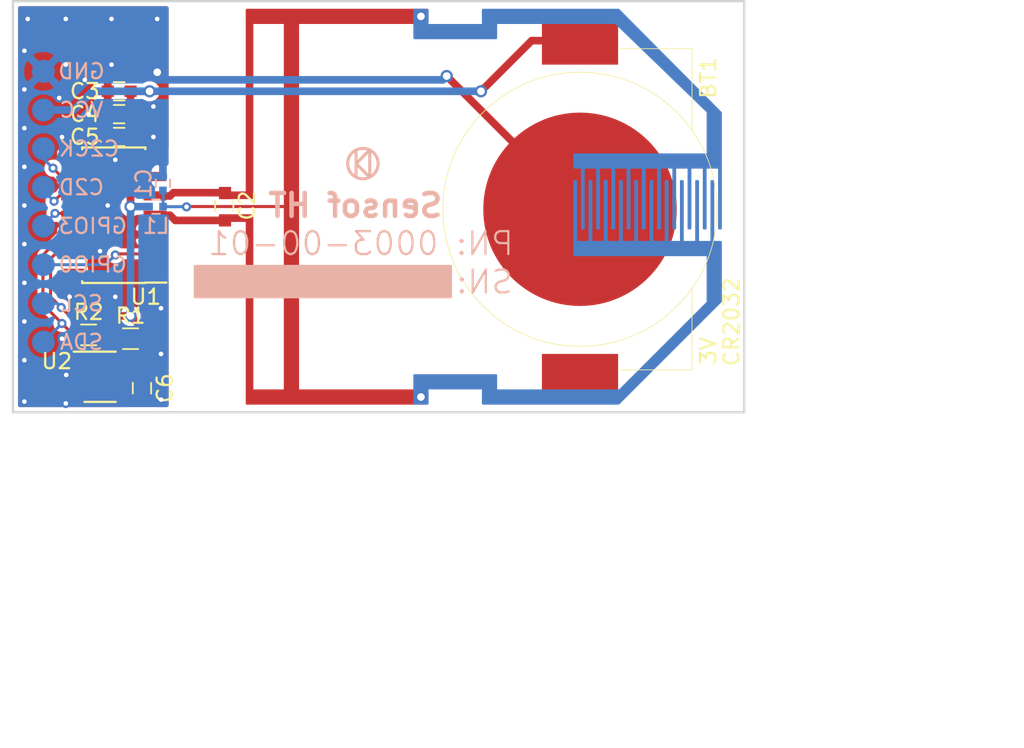
<source format=kicad_pcb>
(kicad_pcb (version 20171130) (host pcbnew 5.0.0-fee4fd1~66~ubuntu16.04.1)

  (general
    (thickness 1.6)
    (drawings 21)
    (tracks 172)
    (zones 0)
    (modules 22)
    (nets 14)
  )

  (page A4)
  (title_block
    (title "Sensof HT v2")
    (date 2018-09-16)
    (rev 01)
    (company "Copyright (c) 2018, David Imhoff <dimhoff.devel@gmail.com>")
    (comment 1 "License: BSD-3-Clause")
    (comment 2 "Project: 0003")
  )

  (layers
    (0 F.Cu signal)
    (31 B.Cu signal)
    (32 B.Adhes user)
    (33 F.Adhes user)
    (34 B.Paste user)
    (35 F.Paste user)
    (36 B.SilkS user)
    (37 F.SilkS user)
    (38 B.Mask user)
    (39 F.Mask user)
    (40 Dwgs.User user)
    (41 Cmts.User user)
    (42 Eco1.User user)
    (43 Eco2.User user)
    (44 Edge.Cuts user)
    (45 Margin user)
    (46 B.CrtYd user)
    (47 F.CrtYd user)
    (48 B.Fab user)
    (49 F.Fab user)
  )

  (setup
    (last_trace_width 0.2)
    (user_trace_width 0.2)
    (user_trace_width 0.4)
    (user_trace_width 0.5)
    (user_trace_width 1)
    (trace_clearance 0.1524)
    (zone_clearance 0.1524)
    (zone_45_only no)
    (trace_min 0.1524)
    (segment_width 0.2)
    (edge_width 0.15)
    (via_size 0.6)
    (via_drill 0.3)
    (via_min_size 0.508)
    (via_min_drill 0.254)
    (user_via 0.6 0.3)
    (user_via 0.8 0.5)
    (uvia_size 0.6)
    (uvia_drill 0.3)
    (uvias_allowed no)
    (uvia_min_size 0)
    (uvia_min_drill 0)
    (pcb_text_width 0.3)
    (pcb_text_size 1.5 1.5)
    (mod_edge_width 0.15)
    (mod_text_size 1 1)
    (mod_text_width 0.15)
    (pad_size 1.5 1.5)
    (pad_drill 0)
    (pad_to_mask_clearance 0.0508)
    (aux_axis_origin 0 0)
    (visible_elements FFFFFFFF)
    (pcbplotparams
      (layerselection 0x010fc_ffffffff)
      (usegerberextensions false)
      (usegerberattributes false)
      (usegerberadvancedattributes false)
      (creategerberjobfile false)
      (excludeedgelayer true)
      (linewidth 0.100000)
      (plotframeref false)
      (viasonmask false)
      (mode 1)
      (useauxorigin false)
      (hpglpennumber 1)
      (hpglpenspeed 20)
      (hpglpendiameter 15.000000)
      (psnegative false)
      (psa4output false)
      (plotreference true)
      (plotvalue true)
      (plotinvisibletext false)
      (padsonsilk false)
      (subtractmaskfromsilk false)
      (outputformat 1)
      (mirror false)
      (drillshape 0)
      (scaleselection 1)
      (outputdirectory "../manufacturing/"))
  )

  (net 0 "")
  (net 1 GND)
  (net 2 VDD)
  (net 3 "Net-(C1-Pad2)")
  (net 4 "Net-(R1-Pad2)")
  (net 5 "Net-(R2-Pad2)")
  (net 6 "Net-(TP4-Pad1)")
  (net 7 "Net-(TP5-Pad1)")
  (net 8 "Net-(TP6-Pad1)")
  (net 9 "Net-(TP7-Pad1)")
  (net 10 "Net-(U1-Pad1)")
  (net 11 "Net-(U1-Pad7)")
  (net 12 "Net-(U1-Pad8)")
  (net 13 "Net-(U1-Pad14)")

  (net_class Default "This is the default net class."
    (clearance 0.1524)
    (trace_width 0.2)
    (via_dia 0.6)
    (via_drill 0.3)
    (uvia_dia 0.6)
    (uvia_drill 0.3)
    (add_net "Net-(C1-Pad2)")
    (add_net "Net-(R1-Pad2)")
    (add_net "Net-(R2-Pad2)")
    (add_net "Net-(TP4-Pad1)")
    (add_net "Net-(TP5-Pad1)")
    (add_net "Net-(TP6-Pad1)")
    (add_net "Net-(TP7-Pad1)")
    (add_net "Net-(U1-Pad1)")
    (add_net "Net-(U1-Pad14)")
    (add_net "Net-(U1-Pad7)")
    (add_net "Net-(U1-Pad8)")
  )

  (net_class PWR ""
    (clearance 0.1524)
    (trace_width 0.5)
    (via_dia 0.8)
    (via_drill 0.5)
    (uvia_dia 0.8)
    (uvia_drill 0.5)
    (add_net GND)
    (add_net VDD)
  )

  (module Housings_DFN_QFN:DFN-6-1EP_3x3mm_Pitch0.95mm (layer F.Cu) (tedit 5B753AA5) (tstamp 5B6814ED)
    (at 129.72 103.62)
    (descr "DFN6 3*3 MM, 0.95 PITCH; CASE 506AH-01 (see ON Semiconductor 506AH.PDF)")
    (tags "DFN 0.95")
    (path /5B338116)
    (attr smd)
    (fp_text reference U2 (at -2.84 -1.02) (layer F.SilkS)
      (effects (font (size 1 1) (thickness 0.15)))
    )
    (fp_text value HTU21D/Si7020 (at 0 2.575) (layer F.Fab)
      (effects (font (size 1 1) (thickness 0.15)))
    )
    (fp_line (start -0.5 -1.5) (end 1.5 -1.5) (layer F.Fab) (width 0.15))
    (fp_line (start 1.5 -1.5) (end 1.5 1.5) (layer F.Fab) (width 0.15))
    (fp_line (start 1.5 1.5) (end -1.5 1.5) (layer F.Fab) (width 0.15))
    (fp_line (start -1.5 1.5) (end -1.5 -0.5) (layer F.Fab) (width 0.15))
    (fp_line (start -1.5 -0.5) (end -0.5 -1.5) (layer F.Fab) (width 0.15))
    (fp_line (start -1.9 -1.85) (end -1.9 1.85) (layer F.CrtYd) (width 0.05))
    (fp_line (start 1.9 -1.85) (end 1.9 1.85) (layer F.CrtYd) (width 0.05))
    (fp_line (start -1.9 -1.85) (end 1.9 -1.85) (layer F.CrtYd) (width 0.05))
    (fp_line (start -1.9 1.85) (end 1.9 1.85) (layer F.CrtYd) (width 0.05))
    (fp_line (start -1.025 1.65) (end 1.025 1.65) (layer F.SilkS) (width 0.15))
    (fp_line (start -1.73 -1.65) (end 1.025 -1.65) (layer F.SilkS) (width 0.15))
    (pad 1 smd rect (at -1.34 -0.95) (size 0.63 0.45) (layers F.Cu F.Paste F.Mask)
      (net 5 "Net-(R2-Pad2)"))
    (pad 2 smd rect (at -1.34 0) (size 0.63 0.45) (layers F.Cu F.Paste F.Mask)
      (net 1 GND))
    (pad 3 smd rect (at -1.34 0.95) (size 0.63 0.45) (layers F.Cu F.Paste F.Mask))
    (pad 4 smd rect (at 1.34 0.95) (size 0.63 0.45) (layers F.Cu F.Paste F.Mask))
    (pad 5 smd rect (at 1.34 0) (size 0.63 0.45) (layers F.Cu F.Paste F.Mask)
      (net 2 VDD))
    (pad 6 smd rect (at 1.34 -0.95) (size 0.63 0.45) (layers F.Cu F.Paste F.Mask)
      (net 4 "Net-(R1-Pad2)"))
    (pad 7 smd rect (at 0.425 0.65) (size 0.85 1.3) (layers F.Cu F.Paste F.Mask)
      (solder_paste_margin_ratio -0.2))
    (pad 7 smd rect (at 0.425 -0.65) (size 0.85 1.3) (layers F.Cu F.Paste F.Mask)
      (solder_paste_margin_ratio -0.2))
    (pad 7 smd rect (at -0.425 0.65) (size 0.85 1.3) (layers F.Cu F.Paste F.Mask)
      (solder_paste_margin_ratio -0.2))
    (pad 7 smd rect (at -0.425 -0.65) (size 0.85 1.3) (layers F.Cu F.Paste F.Mask)
      (solder_paste_margin_ratio -0.2))
    (model ${KISYS3DMOD}/Housings_DFN_QFN.3dshapes/DFN-6-1EP_3x3mm_Pitch0.95mm.wrl
      (at (xyz 0 0 0))
      (scale (xyz 1 1 1))
      (rotate (xyz 0 0 0))
    )
  )

  (module Measurement_Points:Measurement_Point_Square-SMD-Pad_Small (layer F.Cu) (tedit 5B7534B0) (tstamp 5B746740)
    (at 142.29 92.44)
    (descr "Mesurement Point, Square, SMD Pad,  1.5mm x 1.5mm,")
    (tags "Mesurement Point Square SMD Pad 1.5x1.5mm")
    (attr virtual)
    (fp_text reference REF** (at 0 -2) (layer F.SilkS) hide
      (effects (font (size 1 1) (thickness 0.15)))
    )
    (fp_text value Measurement_Point_Square-SMD-Pad_Small (at 0 2) (layer F.Fab)
      (effects (font (size 1 1) (thickness 0.15)))
    )
    (fp_line (start -1 -1) (end 1 -1) (layer F.CrtYd) (width 0.05))
    (fp_line (start 1 -1) (end 1 1) (layer F.CrtYd) (width 0.05))
    (fp_line (start 1 1) (end -1 1) (layer F.CrtYd) (width 0.05))
    (fp_line (start -1 1) (end -1 -1) (layer F.CrtYd) (width 0.05))
    (pad 1 smd rect (at 0 0) (size 0.8 0.8) (layers F.Cu F.Mask)
      (net 3 "Net-(C1-Pad2)"))
  )

  (module silabs_0402:C_0402 (layer B.Cu) (tedit 5B3606A4) (tstamp 5B681471)
    (at 133.845 90.92 270)
    (descr "Capacitor SMD 0402, reflow soldering, AVX (see smccp.pdf)")
    (tags "capacitor 0402")
    (path /5B335AB5)
    (attr smd)
    (fp_text reference C1 (at 0 1.27 270) (layer B.SilkS)
      (effects (font (size 1 1) (thickness 0.15)) (justify mirror))
    )
    (fp_text value 2.7pF (at 0 -1.27 270) (layer B.Fab)
      (effects (font (size 1 1) (thickness 0.15)) (justify mirror))
    )
    (fp_line (start -0.5 -0.25) (end -0.5 0.25) (layer B.Fab) (width 0.1))
    (fp_line (start 0.5 -0.25) (end -0.5 -0.25) (layer B.Fab) (width 0.1))
    (fp_line (start 0.5 0.25) (end 0.5 -0.25) (layer B.Fab) (width 0.1))
    (fp_line (start -0.5 0.25) (end 0.5 0.25) (layer B.Fab) (width 0.1))
    (fp_line (start 0.25 0.47) (end -0.25 0.47) (layer B.SilkS) (width 0.12))
    (fp_line (start -0.25 -0.47) (end 0.25 -0.47) (layer B.SilkS) (width 0.12))
    (fp_line (start -0.9906 0.4) (end 0.9906 0.4) (layer B.CrtYd) (width 0.05))
    (fp_line (start -0.9906 0.4) (end -0.9906 -0.4) (layer B.CrtYd) (width 0.05))
    (fp_line (start 0.9906 -0.4) (end 0.9906 0.4) (layer B.CrtYd) (width 0.05))
    (fp_line (start 0.9906 -0.4) (end -0.9906 -0.4) (layer B.CrtYd) (width 0.05))
    (pad 1 smd rect (at -0.46 0 270) (size 0.5 0.5) (layers B.Cu B.Paste B.Mask)
      (net 1 GND))
    (pad 2 smd rect (at 0.46 0 270) (size 0.5 0.5) (layers B.Cu B.Paste B.Mask)
      (net 3 "Net-(C1-Pad2)"))
    (model Capacitors_SMD.3dshapes/C_0402.wrl
      (at (xyz 0 0 0))
      (scale (xyz 1 1 1))
      (rotate (xyz 0 0 0))
    )
  )

  (module Capacitors_SMD:C_0603 (layer F.Cu) (tedit 5B74379B) (tstamp 5B68147D)
    (at 130.97 84.87 180)
    (descr "Capacitor SMD 0603, reflow soldering, AVX (see smccp.pdf)")
    (tags "capacitor 0603")
    (path /5B33724A)
    (attr smd)
    (fp_text reference C3 (at 2.25 0 180) (layer F.SilkS)
      (effects (font (size 1 1) (thickness 0.15)))
    )
    (fp_text value 2.2uF (at 3.75 0 180) (layer F.Fab)
      (effects (font (size 1 1) (thickness 0.15)))
    )
    (fp_line (start 1.4 0.65) (end -1.4 0.65) (layer F.CrtYd) (width 0.05))
    (fp_line (start 1.4 0.65) (end 1.4 -0.65) (layer F.CrtYd) (width 0.05))
    (fp_line (start -1.4 -0.65) (end -1.4 0.65) (layer F.CrtYd) (width 0.05))
    (fp_line (start -1.4 -0.65) (end 1.4 -0.65) (layer F.CrtYd) (width 0.05))
    (fp_line (start 0.35 0.6) (end -0.35 0.6) (layer F.SilkS) (width 0.12))
    (fp_line (start -0.35 -0.6) (end 0.35 -0.6) (layer F.SilkS) (width 0.12))
    (fp_line (start -0.8 -0.4) (end 0.8 -0.4) (layer F.Fab) (width 0.1))
    (fp_line (start 0.8 -0.4) (end 0.8 0.4) (layer F.Fab) (width 0.1))
    (fp_line (start 0.8 0.4) (end -0.8 0.4) (layer F.Fab) (width 0.1))
    (fp_line (start -0.8 0.4) (end -0.8 -0.4) (layer F.Fab) (width 0.1))
    (fp_text user %R (at 0 0 180) (layer F.Fab)
      (effects (font (size 0.3 0.3) (thickness 0.075)))
    )
    (pad 2 smd rect (at 0.75 0 180) (size 0.8 0.75) (layers F.Cu F.Paste F.Mask)
      (net 1 GND))
    (pad 1 smd rect (at -0.75 0 180) (size 0.8 0.75) (layers F.Cu F.Paste F.Mask)
      (net 2 VDD))
    (model Capacitors_SMD.3dshapes/C_0603.wrl
      (at (xyz 0 0 0))
      (scale (xyz 1 1 1))
      (rotate (xyz 0 0 0))
    )
  )

  (module silabs_0402:C_0402 (layer B.Cu) (tedit 5B3606A4) (tstamp 5B681495)
    (at 133.395 92.445)
    (descr "Capacitor SMD 0402, reflow soldering, AVX (see smccp.pdf)")
    (tags "capacitor 0402")
    (path /5B335F3C)
    (attr smd)
    (fp_text reference L1 (at 0 1.27) (layer B.SilkS)
      (effects (font (size 1 1) (thickness 0.15)) (justify mirror))
    )
    (fp_text value 220nH (at 0 -1.27) (layer B.Fab)
      (effects (font (size 1 1) (thickness 0.15)) (justify mirror))
    )
    (fp_line (start -0.5 -0.25) (end -0.5 0.25) (layer B.Fab) (width 0.1))
    (fp_line (start 0.5 -0.25) (end -0.5 -0.25) (layer B.Fab) (width 0.1))
    (fp_line (start 0.5 0.25) (end 0.5 -0.25) (layer B.Fab) (width 0.1))
    (fp_line (start -0.5 0.25) (end 0.5 0.25) (layer B.Fab) (width 0.1))
    (fp_line (start 0.25 0.47) (end -0.25 0.47) (layer B.SilkS) (width 0.12))
    (fp_line (start -0.25 -0.47) (end 0.25 -0.47) (layer B.SilkS) (width 0.12))
    (fp_line (start -0.9906 0.4) (end 0.9906 0.4) (layer B.CrtYd) (width 0.05))
    (fp_line (start -0.9906 0.4) (end -0.9906 -0.4) (layer B.CrtYd) (width 0.05))
    (fp_line (start 0.9906 -0.4) (end 0.9906 0.4) (layer B.CrtYd) (width 0.05))
    (fp_line (start 0.9906 -0.4) (end -0.9906 -0.4) (layer B.CrtYd) (width 0.05))
    (pad 1 smd rect (at -0.46 0) (size 0.5 0.5) (layers B.Cu B.Paste B.Mask)
      (net 2 VDD))
    (pad 2 smd rect (at 0.46 0) (size 0.5 0.5) (layers B.Cu B.Paste B.Mask)
      (net 3 "Net-(C1-Pad2)"))
    (model Capacitors_SMD.3dshapes/C_0402.wrl
      (at (xyz 0 0 0))
      (scale (xyz 1 1 1))
      (rotate (xyz 0 0 0))
    )
  )

  (module Measurement_Point_Round-SMD-Pad_Small-Labeled:Measurement_Point_Round-SMD-Pad_Small-Labeled (layer B.Cu) (tedit 5B7436BB) (tstamp 5B6814A7)
    (at 126 86.1)
    (descr "Mesurement Point, Round, SMD Pad, DM 1.5mm,")
    (tags "Mesurement Point Round SMD Pad 1.5mm")
    (path /5B684EAC)
    (attr virtual)
    (fp_text reference TP1 (at 0 2) (layer B.Fab)
      (effects (font (size 1 1) (thickness 0.15)) (justify mirror))
    )
    (fp_text value VCC (at 2.5 0) (layer B.SilkS)
      (effects (font (size 1 1) (thickness 0.15)) (justify mirror))
    )
    (fp_circle (center 0 0) (end 1 0) (layer B.CrtYd) (width 0.05))
    (pad 1 smd circle (at 0 0) (size 1.5 1.5) (layers B.Cu B.Mask)
      (net 2 VDD))
  )

  (module Measurement_Point_Round-SMD-Pad_Small-Labeled:Measurement_Point_Round-SMD-Pad_Small-Labeled (layer B.Cu) (tedit 5B742C66) (tstamp 5B6814AD)
    (at 126 101.34 270)
    (descr "Mesurement Point, Round, SMD Pad, DM 1.5mm,")
    (tags "Mesurement Point Round SMD Pad 1.5mm")
    (path /5B684E7D)
    (attr virtual)
    (fp_text reference TP2 (at 0 2 270) (layer B.Fab)
      (effects (font (size 1 1) (thickness 0.15)) (justify mirror))
    )
    (fp_text value SDA (at 0 -2.5) (layer B.SilkS)
      (effects (font (size 1 1) (thickness 0.15)) (justify mirror))
    )
    (fp_circle (center 0 0) (end 1 0) (layer B.CrtYd) (width 0.05))
    (pad 1 smd circle (at 0 0 270) (size 1.5 1.5) (layers B.Cu B.Mask)
      (net 5 "Net-(R2-Pad2)"))
  )

  (module Measurement_Point_Round-SMD-Pad_Small-Labeled:Measurement_Point_Round-SMD-Pad_Small-Labeled (layer B.Cu) (tedit 5B742C5E) (tstamp 5B6814B3)
    (at 126 98.8)
    (descr "Mesurement Point, Round, SMD Pad, DM 1.5mm,")
    (tags "Mesurement Point Round SMD Pad 1.5mm")
    (path /5B684E4E)
    (attr virtual)
    (fp_text reference TP3 (at 0 2) (layer B.Fab)
      (effects (font (size 1 1) (thickness 0.15)) (justify mirror))
    )
    (fp_text value SCL (at 2.5 0) (layer B.SilkS)
      (effects (font (size 1 1) (thickness 0.15)) (justify mirror))
    )
    (fp_circle (center 0 0) (end 1 0) (layer B.CrtYd) (width 0.05))
    (pad 1 smd circle (at 0 0) (size 1.5 1.5) (layers B.Cu B.Mask)
      (net 4 "Net-(R1-Pad2)"))
  )

  (module Measurement_Point_Round-SMD-Pad_Small-Labeled:Measurement_Point_Round-SMD-Pad_Small-Labeled (layer B.Cu) (tedit 5B7539D5) (tstamp 5B6814B9)
    (at 126 96.26)
    (descr "Mesurement Point, Round, SMD Pad, DM 1.5mm,")
    (tags "Mesurement Point Round SMD Pad 1.5mm")
    (path /5B684E1F)
    (attr virtual)
    (fp_text reference TP4 (at 0 2) (layer B.Fab)
      (effects (font (size 1 1) (thickness 0.15)) (justify mirror))
    )
    (fp_text value GPIO0 (at 3.24 0) (layer B.SilkS)
      (effects (font (size 1 1) (thickness 0.15)) (justify mirror))
    )
    (fp_circle (center 0 0) (end 1 0) (layer B.CrtYd) (width 0.05))
    (pad 1 smd circle (at 0 0) (size 1.5 1.5) (layers B.Cu B.Mask)
      (net 6 "Net-(TP4-Pad1)"))
  )

  (module Measurement_Point_Round-SMD-Pad_Small-Labeled:Measurement_Point_Round-SMD-Pad_Small-Labeled (layer B.Cu) (tedit 5B742C4D) (tstamp 5B6814BF)
    (at 126 93.72)
    (descr "Mesurement Point, Round, SMD Pad, DM 1.5mm,")
    (tags "Mesurement Point Round SMD Pad 1.5mm")
    (path /5B684DF0)
    (attr virtual)
    (fp_text reference TP5 (at 0 2) (layer B.Fab)
      (effects (font (size 1 1) (thickness 0.15)) (justify mirror))
    )
    (fp_text value GPIO3 (at 3.25 0) (layer B.SilkS)
      (effects (font (size 1 1) (thickness 0.15)) (justify mirror))
    )
    (fp_circle (center 0 0) (end 1 0) (layer B.CrtYd) (width 0.05))
    (pad 1 smd circle (at 0 0) (size 1.5 1.5) (layers B.Cu B.Mask)
      (net 7 "Net-(TP5-Pad1)"))
  )

  (module Measurement_Point_Round-SMD-Pad_Small-Labeled:Measurement_Point_Round-SMD-Pad_Small-Labeled (layer B.Cu) (tedit 5B742C77) (tstamp 5B6814C5)
    (at 126 91.18)
    (descr "Mesurement Point, Round, SMD Pad, DM 1.5mm,")
    (tags "Mesurement Point Round SMD Pad 1.5mm")
    (path /5B684DC1)
    (attr virtual)
    (fp_text reference TP6 (at 0 2) (layer B.Fab)
      (effects (font (size 1 1) (thickness 0.15)) (justify mirror))
    )
    (fp_text value C2D (at 2.5 0 180) (layer B.SilkS)
      (effects (font (size 1 1) (thickness 0.15)) (justify mirror))
    )
    (fp_circle (center 0 0) (end 1 0) (layer B.CrtYd) (width 0.05))
    (pad 1 smd circle (at 0 0) (size 1.5 1.5) (layers B.Cu B.Mask)
      (net 8 "Net-(TP6-Pad1)"))
  )

  (module Measurement_Point_Round-SMD-Pad_Small-Labeled:Measurement_Point_Round-SMD-Pad_Small-Labeled (layer B.Cu) (tedit 5B742C7F) (tstamp 5B6814CB)
    (at 126 88.64 270)
    (descr "Mesurement Point, Round, SMD Pad, DM 1.5mm,")
    (tags "Mesurement Point Round SMD Pad 1.5mm")
    (path /5B684D92)
    (attr virtual)
    (fp_text reference TP7 (at 0 2 270) (layer B.Fab)
      (effects (font (size 1 1) (thickness 0.15)) (justify mirror))
    )
    (fp_text value C2CK (at 0 -3) (layer B.SilkS)
      (effects (font (size 1 1) (thickness 0.15)) (justify mirror))
    )
    (fp_circle (center 0 0) (end 1 0) (layer B.CrtYd) (width 0.05))
    (pad 1 smd circle (at 0 0 270) (size 1.5 1.5) (layers B.Cu B.Mask)
      (net 9 "Net-(TP7-Pad1)"))
  )

  (module Measurement_Point_Round-SMD-Pad_Small-Labeled:Measurement_Point_Round-SMD-Pad_Small-Labeled (layer B.Cu) (tedit 5B7436B2) (tstamp 5B6814D1)
    (at 126 83.56)
    (descr "Mesurement Point, Round, SMD Pad, DM 1.5mm,")
    (tags "Mesurement Point Round SMD Pad 1.5mm")
    (path /5B684D63)
    (attr virtual)
    (fp_text reference TP8 (at 0 2) (layer B.Fab)
      (effects (font (size 1 1) (thickness 0.15)) (justify mirror))
    )
    (fp_text value GND (at 2.5 0) (layer B.SilkS)
      (effects (font (size 1 1) (thickness 0.15)) (justify mirror))
    )
    (fp_circle (center 0 0) (end 1 0) (layer B.CrtYd) (width 0.05))
    (pad 1 smd circle (at 0 0) (size 1.5 1.5) (layers B.Cu B.Mask)
      (net 1 GND))
  )

  (module silabs_cr2032:silabs_cr2032 (layer F.Cu) (tedit 5B754170) (tstamp 5B68146B)
    (at 161.22 92.62 270)
    (path /5B33A3DE)
    (fp_text reference BT1 (at -8.625 -8.425 270) (layer F.SilkS)
      (effects (font (size 1 1) (thickness 0.15)))
    )
    (fp_text value CR2032 (at 0.3 -3.125 270) (layer F.Fab)
      (effects (font (size 1 1) (thickness 0.15)))
    )
    (fp_line (start -10.55 -2.625) (end -10.55 -7.35) (layer F.SilkS) (width 0.05))
    (fp_line (start -10.55 -7.35) (end -5.2 -7.35) (layer F.SilkS) (width 0.05))
    (fp_line (start 10.55 -2.625) (end 10.55 -7.35) (layer F.SilkS) (width 0.05))
    (fp_line (start 10.55 -7.35) (end 5.2 -7.35) (layer F.SilkS) (width 0.05))
    (fp_text user 3V (at 9.3 -8.425 270) (layer F.SilkS)
      (effects (font (size 1 1) (thickness 0.15)))
    )
    (fp_text user CR2032 (at 7.4 -9.95 270) (layer F.SilkS)
      (effects (font (size 1 1) (thickness 0.15)))
    )
    (fp_circle (center 0 0) (end 9 0) (layer F.SilkS) (width 0.05))
    (pad 2 smd circle (at 0 0 270) (size 12.7 12.7) (layers F.Cu F.Mask)
      (net 1 GND))
    (pad 1 smd rect (at -11 0 270) (size 3 5) (layers F.Cu F.Mask)
      (net 2 VDD))
    (pad "" smd rect (at 11 0 270) (size 3 5) (layers F.Cu F.Mask))
  )

  (module Capacitors_SMD:C_0603 (layer F.Cu) (tedit 5B743823) (tstamp 5B681477)
    (at 137.87 92.38 270)
    (descr "Capacitor SMD 0603, reflow soldering, AVX (see smccp.pdf)")
    (tags "capacitor 0603")
    (path /5B67FED2)
    (fp_text reference C2 (at 0 -1.5 270) (layer F.SilkS)
      (effects (font (size 1 1) (thickness 0.15)))
    )
    (fp_text value N.F. (at 0 1.5 270) (layer F.Fab)
      (effects (font (size 1 1) (thickness 0.15)))
    )
    (fp_line (start 1.4 0.65) (end -1.4 0.65) (layer F.CrtYd) (width 0.05))
    (fp_line (start 1.4 0.65) (end 1.4 -0.65) (layer F.CrtYd) (width 0.05))
    (fp_line (start -1.4 -0.65) (end -1.4 0.65) (layer F.CrtYd) (width 0.05))
    (fp_line (start -1.4 -0.65) (end 1.4 -0.65) (layer F.CrtYd) (width 0.05))
    (fp_line (start 0.35 0.6) (end -0.35 0.6) (layer F.SilkS) (width 0.12))
    (fp_line (start -0.35 -0.6) (end 0.35 -0.6) (layer F.SilkS) (width 0.12))
    (fp_line (start -0.8 -0.4) (end 0.8 -0.4) (layer F.Fab) (width 0.1))
    (fp_line (start 0.8 -0.4) (end 0.8 0.4) (layer F.Fab) (width 0.1))
    (fp_line (start 0.8 0.4) (end -0.8 0.4) (layer F.Fab) (width 0.1))
    (fp_line (start -0.8 0.4) (end -0.8 -0.4) (layer F.Fab) (width 0.1))
    (fp_text user %R (at 0 0 270) (layer F.Fab)
      (effects (font (size 0.3 0.3) (thickness 0.075)))
    )
    (pad 2 smd rect (at 0.97 -0.05 270) (size 0.8 0.8) (layers F.Cu F.Mask)
      (net 3 "Net-(C1-Pad2)"))
    (pad 1 smd rect (at -0.83 -0.05 270) (size 0.8 0.8) (layers F.Cu F.Mask)
      (net 3 "Net-(C1-Pad2)"))
    (model Capacitors_SMD.3dshapes/C_0603.wrl
      (at (xyz 0 0 0))
      (scale (xyz 1 1 1))
      (rotate (xyz 0 0 0))
    )
  )

  (module DI_Logo:DI_Logo (layer B.Cu) (tedit 58989B4C) (tstamp 5B7467D3)
    (at 146.97 89.62 180)
    (fp_text reference REF** (at 0 -1.9 180) (layer B.SilkS) hide
      (effects (font (size 1 1) (thickness 0.15)) (justify mirror))
    )
    (fp_text value DI_Logo (at 0 2.025 180) (layer B.Fab) hide
      (effects (font (size 1 1) (thickness 0.15)) (justify mirror))
    )
    (fp_line (start 0.45 0.9) (end 0.45 -0.9) (layer B.SilkS) (width 0.2))
    (fp_line (start 0.45 0) (end -0.45 0.9) (layer B.SilkS) (width 0.2))
    (fp_line (start -0.45 0.9) (end -0.45 -0.9) (layer B.SilkS) (width 0.2))
    (fp_line (start -0.45 -0.9) (end 0.45 0) (layer B.SilkS) (width 0.2))
    (fp_circle (center 0 0) (end 1 0) (layer B.SilkS) (width 0.2))
  )

  (module Housings_SOIC:SOIC-14_3.9x8.7mm_Pitch1.27mm (layer F.Cu) (tedit 5B74375C) (tstamp 5B6814DF)
    (at 130.62 93.01 180)
    (descr "14-Lead Plastic Small Outline (SL) - Narrow, 3.90 mm Body [SOIC] (see Microchip Packaging Specification 00000049BS.pdf)")
    (tags "SOIC 1.27")
    (path /5B3260C4)
    (attr smd)
    (fp_text reference U1 (at -2.1 -5.36 180) (layer F.SilkS)
      (effects (font (size 1 1) (thickness 0.15)))
    )
    (fp_text value Si4010-GT (at 0 5.375 180) (layer F.Fab)
      (effects (font (size 1 1) (thickness 0.15)))
    )
    (fp_text user %R (at 0 0 180) (layer F.Fab)
      (effects (font (size 0.9 0.9) (thickness 0.135)))
    )
    (fp_line (start -0.95 -4.35) (end 1.95 -4.35) (layer F.Fab) (width 0.15))
    (fp_line (start 1.95 -4.35) (end 1.95 4.35) (layer F.Fab) (width 0.15))
    (fp_line (start 1.95 4.35) (end -1.95 4.35) (layer F.Fab) (width 0.15))
    (fp_line (start -1.95 4.35) (end -1.95 -3.35) (layer F.Fab) (width 0.15))
    (fp_line (start -1.95 -3.35) (end -0.95 -4.35) (layer F.Fab) (width 0.15))
    (fp_line (start -3.7 -4.65) (end -3.7 4.65) (layer F.CrtYd) (width 0.05))
    (fp_line (start 3.7 -4.65) (end 3.7 4.65) (layer F.CrtYd) (width 0.05))
    (fp_line (start -3.7 -4.65) (end 3.7 -4.65) (layer F.CrtYd) (width 0.05))
    (fp_line (start -3.7 4.65) (end 3.7 4.65) (layer F.CrtYd) (width 0.05))
    (fp_line (start -2.075 -4.45) (end -2.075 -4.425) (layer F.SilkS) (width 0.15))
    (fp_line (start 2.075 -4.45) (end 2.075 -4.335) (layer F.SilkS) (width 0.15))
    (fp_line (start 2.075 4.45) (end 2.075 4.335) (layer F.SilkS) (width 0.15))
    (fp_line (start -2.075 4.45) (end -2.075 4.335) (layer F.SilkS) (width 0.15))
    (fp_line (start -2.075 -4.45) (end 2.075 -4.45) (layer F.SilkS) (width 0.15))
    (fp_line (start -2.075 4.45) (end 2.075 4.45) (layer F.SilkS) (width 0.15))
    (fp_line (start -2.075 -4.425) (end -3.45 -4.425) (layer F.SilkS) (width 0.15))
    (pad 1 smd rect (at -2.7 -3.81 180) (size 1.5 0.6) (layers F.Cu F.Paste F.Mask)
      (net 10 "Net-(U1-Pad1)"))
    (pad 2 smd rect (at -2.7 -2.54 180) (size 1.5 0.6) (layers F.Cu F.Paste F.Mask)
      (net 6 "Net-(TP4-Pad1)"))
    (pad 3 smd rect (at -2.7 -1.27 180) (size 1.5 0.6) (layers F.Cu F.Paste F.Mask)
      (net 1 GND))
    (pad 4 smd rect (at -2.7 0 180) (size 1.5 0.6) (layers F.Cu F.Paste F.Mask)
      (net 3 "Net-(C1-Pad2)"))
    (pad 5 smd rect (at -2.7 1.27 180) (size 1.5 0.6) (layers F.Cu F.Paste F.Mask)
      (net 3 "Net-(C1-Pad2)"))
    (pad 6 smd rect (at -2.7 2.54 180) (size 1.5 0.6) (layers F.Cu F.Paste F.Mask)
      (net 2 VDD))
    (pad 7 smd rect (at -2.7 3.81 180) (size 1.5 0.6) (layers F.Cu F.Paste F.Mask)
      (net 11 "Net-(U1-Pad7)"))
    (pad 8 smd rect (at 2.7 3.81 180) (size 1.5 0.6) (layers F.Cu F.Paste F.Mask)
      (net 12 "Net-(U1-Pad8)"))
    (pad 9 smd rect (at 2.7 2.54 180) (size 1.5 0.6) (layers F.Cu F.Paste F.Mask)
      (net 9 "Net-(TP7-Pad1)"))
    (pad 10 smd rect (at 2.7 1.27 180) (size 1.5 0.6) (layers F.Cu F.Paste F.Mask)
      (net 8 "Net-(TP6-Pad1)"))
    (pad 11 smd rect (at 2.7 0 180) (size 1.5 0.6) (layers F.Cu F.Paste F.Mask)
      (net 7 "Net-(TP5-Pad1)"))
    (pad 12 smd rect (at 2.7 -1.27 180) (size 1.5 0.6) (layers F.Cu F.Paste F.Mask)
      (net 5 "Net-(R2-Pad2)"))
    (pad 13 smd rect (at 2.7 -2.54 180) (size 1.5 0.6) (layers F.Cu F.Paste F.Mask)
      (net 4 "Net-(R1-Pad2)"))
    (pad 14 smd rect (at 2.7 -3.81 180) (size 1.5 0.6) (layers F.Cu F.Paste F.Mask)
      (net 13 "Net-(U1-Pad14)"))
    (model ${KISYS3DMOD}/Housings_SOIC.3dshapes/SOIC-14_3.9x8.7mm_Pitch1.27mm.wrl
      (at (xyz 0 0 0))
      (scale (xyz 1 1 1))
      (rotate (xyz 0 0 0))
    )
  )

  (module Capacitors_SMD:C_0603 (layer F.Cu) (tedit 5B743796) (tstamp 5B74DD2C)
    (at 130.97 86.37 180)
    (descr "Capacitor SMD 0603, reflow soldering, AVX (see smccp.pdf)")
    (tags "capacitor 0603")
    (path /5B3372D2)
    (attr smd)
    (fp_text reference C4 (at 2.25 0 180) (layer F.SilkS)
      (effects (font (size 1 1) (thickness 0.15)))
    )
    (fp_text value 1nF (at 0 1.5 180) (layer F.Fab)
      (effects (font (size 1 1) (thickness 0.15)))
    )
    (fp_line (start 1.4 0.65) (end -1.4 0.65) (layer F.CrtYd) (width 0.05))
    (fp_line (start 1.4 0.65) (end 1.4 -0.65) (layer F.CrtYd) (width 0.05))
    (fp_line (start -1.4 -0.65) (end -1.4 0.65) (layer F.CrtYd) (width 0.05))
    (fp_line (start -1.4 -0.65) (end 1.4 -0.65) (layer F.CrtYd) (width 0.05))
    (fp_line (start 0.35 0.6) (end -0.35 0.6) (layer F.SilkS) (width 0.12))
    (fp_line (start -0.35 -0.6) (end 0.35 -0.6) (layer F.SilkS) (width 0.12))
    (fp_line (start -0.8 -0.4) (end 0.8 -0.4) (layer F.Fab) (width 0.1))
    (fp_line (start 0.8 -0.4) (end 0.8 0.4) (layer F.Fab) (width 0.1))
    (fp_line (start 0.8 0.4) (end -0.8 0.4) (layer F.Fab) (width 0.1))
    (fp_line (start -0.8 0.4) (end -0.8 -0.4) (layer F.Fab) (width 0.1))
    (fp_text user %R (at 0 0 180) (layer F.Fab)
      (effects (font (size 0.3 0.3) (thickness 0.075)))
    )
    (pad 2 smd rect (at 0.75 0 180) (size 0.8 0.75) (layers F.Cu F.Paste F.Mask)
      (net 1 GND))
    (pad 1 smd rect (at -0.75 0 180) (size 0.8 0.75) (layers F.Cu F.Paste F.Mask)
      (net 2 VDD))
    (model Capacitors_SMD.3dshapes/C_0603.wrl
      (at (xyz 0 0 0))
      (scale (xyz 1 1 1))
      (rotate (xyz 0 0 0))
    )
  )

  (module Capacitors_SMD:C_0603 (layer F.Cu) (tedit 5B743786) (tstamp 5B74DD3C)
    (at 130.97 87.87 180)
    (descr "Capacitor SMD 0603, reflow soldering, AVX (see smccp.pdf)")
    (tags "capacitor 0603")
    (path /5B33736F)
    (attr smd)
    (fp_text reference C5 (at 2.25 0 180) (layer F.SilkS)
      (effects (font (size 1 1) (thickness 0.15)))
    )
    (fp_text value 270pF (at 0 1.5 180) (layer F.Fab)
      (effects (font (size 1 1) (thickness 0.15)))
    )
    (fp_line (start 1.4 0.65) (end -1.4 0.65) (layer F.CrtYd) (width 0.05))
    (fp_line (start 1.4 0.65) (end 1.4 -0.65) (layer F.CrtYd) (width 0.05))
    (fp_line (start -1.4 -0.65) (end -1.4 0.65) (layer F.CrtYd) (width 0.05))
    (fp_line (start -1.4 -0.65) (end 1.4 -0.65) (layer F.CrtYd) (width 0.05))
    (fp_line (start 0.35 0.6) (end -0.35 0.6) (layer F.SilkS) (width 0.12))
    (fp_line (start -0.35 -0.6) (end 0.35 -0.6) (layer F.SilkS) (width 0.12))
    (fp_line (start -0.8 -0.4) (end 0.8 -0.4) (layer F.Fab) (width 0.1))
    (fp_line (start 0.8 -0.4) (end 0.8 0.4) (layer F.Fab) (width 0.1))
    (fp_line (start 0.8 0.4) (end -0.8 0.4) (layer F.Fab) (width 0.1))
    (fp_line (start -0.8 0.4) (end -0.8 -0.4) (layer F.Fab) (width 0.1))
    (fp_text user %R (at 0 0 180) (layer F.Fab)
      (effects (font (size 0.3 0.3) (thickness 0.075)))
    )
    (pad 2 smd rect (at 0.75 0 180) (size 0.8 0.75) (layers F.Cu F.Paste F.Mask)
      (net 1 GND))
    (pad 1 smd rect (at -0.75 0 180) (size 0.8 0.75) (layers F.Cu F.Paste F.Mask)
      (net 2 VDD))
    (model Capacitors_SMD.3dshapes/C_0603.wrl
      (at (xyz 0 0 0))
      (scale (xyz 1 1 1))
      (rotate (xyz 0 0 0))
    )
  )

  (module Capacitors_SMD:C_0603 (layer F.Cu) (tedit 59958EE7) (tstamp 5B74DD4C)
    (at 132.47 104.37 270)
    (descr "Capacitor SMD 0603, reflow soldering, AVX (see smccp.pdf)")
    (tags "capacitor 0603")
    (path /5B363426)
    (attr smd)
    (fp_text reference C6 (at 0 -1.5 270) (layer F.SilkS)
      (effects (font (size 1 1) (thickness 0.15)))
    )
    (fp_text value 100nF (at 0 1.5 270) (layer F.Fab)
      (effects (font (size 1 1) (thickness 0.15)))
    )
    (fp_line (start 1.4 0.65) (end -1.4 0.65) (layer F.CrtYd) (width 0.05))
    (fp_line (start 1.4 0.65) (end 1.4 -0.65) (layer F.CrtYd) (width 0.05))
    (fp_line (start -1.4 -0.65) (end -1.4 0.65) (layer F.CrtYd) (width 0.05))
    (fp_line (start -1.4 -0.65) (end 1.4 -0.65) (layer F.CrtYd) (width 0.05))
    (fp_line (start 0.35 0.6) (end -0.35 0.6) (layer F.SilkS) (width 0.12))
    (fp_line (start -0.35 -0.6) (end 0.35 -0.6) (layer F.SilkS) (width 0.12))
    (fp_line (start -0.8 -0.4) (end 0.8 -0.4) (layer F.Fab) (width 0.1))
    (fp_line (start 0.8 -0.4) (end 0.8 0.4) (layer F.Fab) (width 0.1))
    (fp_line (start 0.8 0.4) (end -0.8 0.4) (layer F.Fab) (width 0.1))
    (fp_line (start -0.8 0.4) (end -0.8 -0.4) (layer F.Fab) (width 0.1))
    (fp_text user %R (at 0 0 270) (layer F.Fab)
      (effects (font (size 0.3 0.3) (thickness 0.075)))
    )
    (pad 2 smd rect (at 0.75 0 270) (size 0.8 0.75) (layers F.Cu F.Paste F.Mask)
      (net 1 GND))
    (pad 1 smd rect (at -0.75 0 270) (size 0.8 0.75) (layers F.Cu F.Paste F.Mask)
      (net 2 VDD))
    (model Capacitors_SMD.3dshapes/C_0603.wrl
      (at (xyz 0 0 0))
      (scale (xyz 1 1 1))
      (rotate (xyz 0 0 0))
    )
  )

  (module Resistors_SMD:R_0603 (layer F.Cu) (tedit 5B7428EF) (tstamp 5B74DD5C)
    (at 131.72 101.12 180)
    (descr "Resistor SMD 0603, reflow soldering, Vishay (see dcrcw.pdf)")
    (tags "resistor 0603")
    (path /5B338562)
    (attr smd)
    (fp_text reference R1 (at 0 1.5 180) (layer F.SilkS)
      (effects (font (size 1 1) (thickness 0.15)))
    )
    (fp_text value 10k (at 0 1.5 180) (layer F.Fab)
      (effects (font (size 1 1) (thickness 0.15)))
    )
    (fp_text user %R (at 0 0 180) (layer F.Fab)
      (effects (font (size 0.4 0.4) (thickness 0.075)))
    )
    (fp_line (start -0.8 0.4) (end -0.8 -0.4) (layer F.Fab) (width 0.1))
    (fp_line (start 0.8 0.4) (end -0.8 0.4) (layer F.Fab) (width 0.1))
    (fp_line (start 0.8 -0.4) (end 0.8 0.4) (layer F.Fab) (width 0.1))
    (fp_line (start -0.8 -0.4) (end 0.8 -0.4) (layer F.Fab) (width 0.1))
    (fp_line (start 0.5 0.68) (end -0.5 0.68) (layer F.SilkS) (width 0.12))
    (fp_line (start -0.5 -0.68) (end 0.5 -0.68) (layer F.SilkS) (width 0.12))
    (fp_line (start -1.25 -0.7) (end 1.25 -0.7) (layer F.CrtYd) (width 0.05))
    (fp_line (start -1.25 -0.7) (end -1.25 0.7) (layer F.CrtYd) (width 0.05))
    (fp_line (start 1.25 0.7) (end 1.25 -0.7) (layer F.CrtYd) (width 0.05))
    (fp_line (start 1.25 0.7) (end -1.25 0.7) (layer F.CrtYd) (width 0.05))
    (pad 1 smd rect (at -0.75 0 180) (size 0.5 0.9) (layers F.Cu F.Paste F.Mask)
      (net 2 VDD))
    (pad 2 smd rect (at 0.75 0 180) (size 0.5 0.9) (layers F.Cu F.Paste F.Mask)
      (net 4 "Net-(R1-Pad2)"))
    (model ${KISYS3DMOD}/Resistors_SMD.3dshapes/R_0603.wrl
      (at (xyz 0 0 0))
      (scale (xyz 1 1 1))
      (rotate (xyz 0 0 0))
    )
  )

  (module Resistors_SMD:R_0603 (layer F.Cu) (tedit 5B7428EB) (tstamp 5B74DD6C)
    (at 128.97 100.87 180)
    (descr "Resistor SMD 0603, reflow soldering, Vishay (see dcrcw.pdf)")
    (tags "resistor 0603")
    (path /5B33839F)
    (attr smd)
    (fp_text reference R2 (at 0 1.5 180) (layer F.SilkS)
      (effects (font (size 1 1) (thickness 0.15)))
    )
    (fp_text value 10k (at 0 1.5 180) (layer F.Fab)
      (effects (font (size 1 1) (thickness 0.15)))
    )
    (fp_text user %R (at 0 0 180) (layer F.Fab)
      (effects (font (size 0.4 0.4) (thickness 0.075)))
    )
    (fp_line (start -0.8 0.4) (end -0.8 -0.4) (layer F.Fab) (width 0.1))
    (fp_line (start 0.8 0.4) (end -0.8 0.4) (layer F.Fab) (width 0.1))
    (fp_line (start 0.8 -0.4) (end 0.8 0.4) (layer F.Fab) (width 0.1))
    (fp_line (start -0.8 -0.4) (end 0.8 -0.4) (layer F.Fab) (width 0.1))
    (fp_line (start 0.5 0.68) (end -0.5 0.68) (layer F.SilkS) (width 0.12))
    (fp_line (start -0.5 -0.68) (end 0.5 -0.68) (layer F.SilkS) (width 0.12))
    (fp_line (start -1.25 -0.7) (end 1.25 -0.7) (layer F.CrtYd) (width 0.05))
    (fp_line (start -1.25 -0.7) (end -1.25 0.7) (layer F.CrtYd) (width 0.05))
    (fp_line (start 1.25 0.7) (end 1.25 -0.7) (layer F.CrtYd) (width 0.05))
    (fp_line (start 1.25 0.7) (end -1.25 0.7) (layer F.CrtYd) (width 0.05))
    (pad 1 smd rect (at -0.75 0 180) (size 0.5 0.9) (layers F.Cu F.Paste F.Mask)
      (net 2 VDD))
    (pad 2 smd rect (at 0.75 0 180) (size 0.5 0.9) (layers F.Cu F.Paste F.Mask)
      (net 5 "Net-(R2-Pad2)"))
    (model ${KISYS3DMOD}/Resistors_SMD.3dshapes/R_0603.wrl
      (at (xyz 0 0 0))
      (scale (xyz 1 1 1))
      (rotate (xyz 0 0 0))
    )
  )

  (gr_text "Production Parameters:\n - Layers: 2 \n - Thickness: 1.6 mm\n - Material: FR4, with ENIG (immersion gold) finish\n - Copper: 1 oz" (at 129.84 121.79) (layer Cmts.User)
    (effects (font (size 1.5 1.5) (thickness 0.3)) (justify left))
  )
  (gr_line (start 152.47 98.12) (end 152.47 96.62) (angle 90) (layer B.SilkS) (width 0.5))
  (gr_line (start 136.22 98.12) (end 152.47 98.12) (angle 90) (layer B.SilkS) (width 0.5))
  (gr_line (start 136.22 96.62) (end 136.22 98.12) (angle 90) (layer B.SilkS) (width 0.5))
  (gr_line (start 152.47 96.62) (end 136.22 96.62) (angle 90) (layer B.SilkS) (width 0.5))
  (gr_line (start 152.72 96.37) (end 152.72 96.62) (angle 90) (layer B.SilkS) (width 0.2))
  (gr_line (start 135.97 96.37) (end 152.72 96.37) (angle 90) (layer B.SilkS) (width 0.2))
  (gr_line (start 135.97 98.37) (end 135.97 96.37) (angle 90) (layer B.SilkS) (width 0.2))
  (gr_line (start 152.72 98.37) (end 135.97 98.37) (angle 90) (layer B.SilkS) (width 0.2))
  (gr_line (start 152.72 96.37) (end 152.72 98.37) (angle 90) (layer B.SilkS) (width 0.2))
  (gr_line (start 151.72 97.37) (end 136.97 97.37) (angle 90) (layer B.SilkS) (width 2))
  (gr_text SN: (at 156.92 97.395) (layer B.SilkS)
    (effects (font (size 1.5 1.5) (thickness 0.15)) (justify left mirror))
  )
  (gr_text "PN: 0003-00-01" (at 156.97 94.87) (layer B.SilkS)
    (effects (font (size 1.5 1.5) (thickness 0.15)) (justify left mirror))
  )
  (gr_text "Sensof HT" (at 146.47 92.37) (layer B.SilkS)
    (effects (font (size 1.5 1.5) (thickness 0.3)) (justify mirror))
  )
  (gr_line (start 134.28 88.74) (end 134.25 88.74) (angle 90) (layer Cmts.User) (width 0.2))
  (gr_line (start 134.31 88.77) (end 134.28 88.74) (angle 90) (layer Cmts.User) (width 0.2))
  (gr_line (start 134.31 89.57) (end 134.31 88.77) (angle 90) (layer Cmts.User) (width 0.2))
  (gr_line (start 172 105.95) (end 124 105.95) (angle 90) (layer Edge.Cuts) (width 0.15))
  (gr_line (start 172 78.95) (end 172 105.95) (angle 90) (layer Edge.Cuts) (width 0.15))
  (gr_line (start 124 78.95) (end 172 78.95) (angle 90) (layer Edge.Cuts) (width 0.15))
  (gr_line (start 124 105.95) (end 124 78.95) (angle 90) (layer Edge.Cuts) (width 0.15))

  (segment (start 132.47 105.12) (end 131.72 105.12) (width 0.2) (layer F.Cu) (net 1))
  (segment (start 131.47 105.37) (end 127.47 105.37) (width 0.2) (layer F.Cu) (net 1) (tstamp 5B74E721))
  (segment (start 131.72 105.12) (end 131.47 105.37) (width 0.2) (layer F.Cu) (net 1) (tstamp 5B74E720))
  (segment (start 133.72 104.37) (end 133.72 105.12) (width 0.5) (layer F.Cu) (net 1))
  (segment (start 133.72 104.37) (end 133.72 99.87) (width 0.5) (layer F.Cu) (net 1) (tstamp 5B74E389))
  (segment (start 133.72 99.87) (end 130.72 96.87) (width 0.5) (layer F.Cu) (net 1) (tstamp 5B74E38A))
  (segment (start 132.47 105.12) (end 133.72 105.12) (width 0.5) (layer F.Cu) (net 1))
  (via (at 133.72 99.12) (size 0.6) (drill 0.3) (layers F.Cu B.Cu) (net 1))
  (via (at 133.72 105.12) (size 0.6) (drill 0.3) (layers F.Cu B.Cu) (net 1))
  (via (at 133.72 102.12) (size 0.6) (drill 0.3) (layers F.Cu B.Cu) (net 1))
  (via (at 127.22 101.12) (size 0.6) (drill 0.3) (layers F.Cu B.Cu) (net 1))
  (via (at 124.75 105.25) (size 0.6) (drill 0.3) (layers F.Cu B.Cu) (net 1))
  (via (at 127.5 103.5) (size 0.6) (drill 0.3) (layers F.Cu B.Cu) (net 1))
  (via (at 127.47 105.37) (size 0.6) (drill 0.3) (layers F.Cu B.Cu) (net 1))
  (via (at 127.72 98.37) (size 0.6) (drill 0.3) (layers F.Cu B.Cu) (net 1))
  (via (at 130.72 98.37) (size 0.6) (drill 0.3) (layers F.Cu B.Cu) (net 1))
  (via (at 129.72 95.37) (size 0.6) (drill 0.3) (layers F.Cu B.Cu) (net 1))
  (via (at 130.22 92.37) (size 0.6) (drill 0.3) (layers F.Cu B.Cu) (net 1))
  (via (at 127.22 87.88) (size 0.6) (drill 0.3) (layers F.Cu B.Cu) (net 1))
  (segment (start 130.72 89.37) (end 130.22 89.37) (width 0.5) (layer F.Cu) (net 1) (tstamp 5B74E5C7))
  (via (at 130.72 89.37) (size 0.6) (drill 0.3) (layers F.Cu B.Cu) (net 1))
  (via (at 128.97 86.37) (size 0.6) (drill 0.3) (layers F.Cu B.Cu) (net 1))
  (via (at 133.22 87.87) (size 0.6) (drill 0.3) (layers F.Cu B.Cu) (net 1))
  (via (at 133.22 85.87) (size 0.6) (drill 0.3) (layers F.Cu B.Cu) (net 1))
  (segment (start 133.32 94.28) (end 129.72 94.28) (width 0.5) (layer F.Cu) (net 1))
  (segment (start 130.72 96.87) (end 129.72 95.87) (width 0.5) (layer F.Cu) (net 1))
  (segment (start 129.72 95.87) (end 129.72 95.37) (width 0.5) (layer F.Cu) (net 1) (tstamp 5B74E551))
  (segment (start 129.72 95.37) (end 129.72 94.28) (width 0.5) (layer F.Cu) (net 1) (tstamp 5B74E5DF))
  (segment (start 129.72 92.87) (end 130.22 92.37) (width 0.5) (layer F.Cu) (net 1) (tstamp 5B74E552))
  (segment (start 130.22 89.37) (end 130.22 92.12) (width 0.5) (layer F.Cu) (net 1) (tstamp 5B74E5CA))
  (segment (start 129.72 94.28) (end 129.72 92.87) (width 0.5) (layer F.Cu) (net 1) (tstamp 5B74E573))
  (segment (start 130.22 92.37) (end 130.22 92.12) (width 0.5) (layer F.Cu) (net 1) (tstamp 5B74E555))
  (segment (start 130.22 86.37) (end 130.22 84.87) (width 0.5) (layer F.Cu) (net 1))
  (segment (start 130.22 84.87) (end 130.22 83.87) (width 0.5) (layer F.Cu) (net 1) (tstamp 5B74E4EE))
  (segment (start 130.22 83.87) (end 130.72 83.37) (width 0.5) (layer F.Cu) (net 1) (tstamp 5B74E4EF))
  (segment (start 130.72 83.37) (end 133.22 83.37) (width 0.5) (layer F.Cu) (net 1) (tstamp 5B74E4F0))
  (segment (start 133.22 83.37) (end 133.47 83.62) (width 0.5) (layer F.Cu) (net 1) (tstamp 5B74E4F1))
  (segment (start 161.12 92.545) (end 161.12 92.52) (width 0.5) (layer F.Cu) (net 1))
  (segment (start 161.12 92.52) (end 152.47 83.87) (width 0.5) (layer F.Cu) (net 1) (tstamp 5B74E377))
  (via (at 152.47 83.87) (size 0.8) (drill 0.5) (layers F.Cu B.Cu) (net 1))
  (segment (start 152.47 83.87) (end 152.22 84.12) (width 0.5) (layer B.Cu) (net 1) (tstamp 5B74E379))
  (segment (start 152.22 84.12) (end 133.97 84.12) (width 0.5) (layer B.Cu) (net 1) (tstamp 5B74E37A))
  (segment (start 133.97 84.12) (end 133.47 83.62) (width 0.5) (layer B.Cu) (net 1) (tstamp 5B74E37B))
  (via (at 133.47 83.62) (size 0.8) (drill 0.5) (layers F.Cu B.Cu) (net 1))
  (segment (start 133.47 83.62) (end 133.22 83.37) (width 0.5) (layer F.Cu) (net 1) (tstamp 5B74E37D))
  (segment (start 133.22 83.37) (end 130.72 83.37) (width 0.5) (layer F.Cu) (net 1) (tstamp 5B74E37E))
  (segment (start 130.72 83.37) (end 130.22 83.87) (width 0.5) (layer F.Cu) (net 1) (tstamp 5B74E37F))
  (segment (start 130.22 83.87) (end 130.22 86.37) (width 0.5) (layer F.Cu) (net 1) (tstamp 5B74E380))
  (segment (start 130.22 86.37) (end 130.22 87.87) (width 0.5) (layer F.Cu) (net 1) (tstamp 5B74E381))
  (segment (start 130.22 87.87) (end 130.22 89.37) (width 0.5) (layer F.Cu) (net 1) (tstamp 5B74E382))
  (via (at 130.47 83.12) (size 0.6) (drill 0.3) (layers F.Cu B.Cu) (net 1))
  (via (at 127.47 83.12) (size 0.6) (drill 0.3) (layers F.Cu B.Cu) (net 1))
  (via (at 127.47 80.12) (size 0.6) (drill 0.3) (layers F.Cu B.Cu) (net 1))
  (via (at 133.47 80.12) (size 0.6) (drill 0.3) (layers F.Cu B.Cu) (net 1))
  (via (at 130.47 80.12) (size 0.6) (drill 0.3) (layers F.Cu B.Cu) (net 1))
  (via (at 127.04 85.31) (size 0.6) (drill 0.3) (layers F.Cu B.Cu) (net 1))
  (via (at 124.97 80.12) (size 0.6) (drill 0.3) (layers F.Cu B.Cu) (net 1))
  (via (at 124.75 84.75) (size 0.6) (drill 0.3) (layers F.Cu B.Cu) (net 1) (tstamp 5B9D3D0E))
  (via (at 128.72 84.12) (size 0.6) (drill 0.3) (layers F.Cu B.Cu) (net 1))
  (segment (start 127.47 104.945736) (end 127.47 105.37) (width 0.2) (layer F.Cu) (net 1))
  (segment (start 127.47 104.015) (end 127.47 104.945736) (width 0.2) (layer F.Cu) (net 1))
  (segment (start 127.865 103.62) (end 127.47 104.015) (width 0.2) (layer F.Cu) (net 1))
  (segment (start 128.38 103.62) (end 127.865 103.62) (width 0.2) (layer F.Cu) (net 1))
  (via (at 124.75 87.29) (size 0.6) (drill 0.3) (layers F.Cu B.Cu) (net 1) (tstamp 5B9D3DB1))
  (via (at 124.75 89.83) (size 0.6) (drill 0.3) (layers F.Cu B.Cu) (net 1) (tstamp 5B9D3DB2))
  (via (at 124.75 92.37) (size 0.6) (drill 0.3) (layers F.Cu B.Cu) (net 1) (tstamp 5B9D3DB3))
  (via (at 124.75 94.91) (size 0.6) (drill 0.3) (layers F.Cu B.Cu) (net 1) (tstamp 5B9D3DB4))
  (via (at 124.75 97.45) (size 0.6) (drill 0.3) (layers F.Cu B.Cu) (net 1) (tstamp 5B9D3DB5))
  (via (at 124.75 82.21) (size 0.6) (drill 0.3) (layers F.Cu B.Cu) (net 1) (tstamp 5B9D3DCC))
  (via (at 124.75 102.53) (size 0.6) (drill 0.3) (layers F.Cu B.Cu) (net 1) (tstamp 5B9D3DE4))
  (via (at 124.75 99.99) (size 0.6) (drill 0.3) (layers F.Cu B.Cu) (net 1) (tstamp 5B9D3DB6))
  (segment (start 133.32 90.47) (end 131.72 90.47) (width 0.5) (layer F.Cu) (net 2))
  (segment (start 131.72 92.445) (end 131.72 99.62) (width 0.5) (layer B.Cu) (net 2))
  (via (at 131.72 99.62) (size 0.8) (drill 0.5) (layers F.Cu B.Cu) (net 2))
  (segment (start 132.935 92.445) (end 131.72 92.445) (width 0.5) (layer B.Cu) (net 2))
  (segment (start 131.72 91.87) (end 131.72 90.47) (width 0.5) (layer F.Cu) (net 2))
  (via (at 131.72 92.445) (size 0.8) (drill 0.5) (layers F.Cu B.Cu) (net 2))
  (segment (start 131.72 92.445) (end 131.72 91.87) (width 0.5) (layer F.Cu) (net 2) (tstamp 5B74E578))
  (segment (start 131.72 90.47) (end 131.72 90.12) (width 0.5) (layer F.Cu) (net 2) (tstamp 5B74E583))
  (segment (start 129.72 100.87) (end 129.72 100.62) (width 0.5) (layer F.Cu) (net 2))
  (segment (start 129.72 100.62) (end 130.72 99.62) (width 0.5) (layer F.Cu) (net 2) (tstamp 5B74E530))
  (segment (start 130.72 99.62) (end 131.72 99.62) (width 0.5) (layer F.Cu) (net 2) (tstamp 5B74E531))
  (segment (start 132.47 100.37) (end 132.47 101.12) (width 0.5) (layer F.Cu) (net 2) (tstamp 5B74E4FB))
  (segment (start 131.72 99.62) (end 132.47 100.37) (width 0.5) (layer F.Cu) (net 2) (tstamp 5B74E4FA))
  (segment (start 132.97 84.87) (end 129.22 84.87) (width 0.5) (layer B.Cu) (net 2))
  (segment (start 131.72 84.87) (end 132.97 84.87) (width 0.5) (layer F.Cu) (net 2))
  (segment (start 158.045 81.545) (end 161.12 81.545) (width 0.5) (layer F.Cu) (net 2) (tstamp 5B74E373))
  (segment (start 154.72 84.87) (end 158.045 81.545) (width 0.5) (layer F.Cu) (net 2) (tstamp 5B74E372))
  (via (at 154.72 84.87) (size 0.8) (drill 0.5) (layers F.Cu B.Cu) (net 2))
  (segment (start 132.97 84.87) (end 154.72 84.87) (width 0.5) (layer B.Cu) (net 2) (tstamp 5B74E36F))
  (via (at 132.97 84.87) (size 0.8) (drill 0.5) (layers F.Cu B.Cu) (net 2))
  (segment (start 131.72 87.87) (end 131.72 86.37) (width 0.5) (layer F.Cu) (net 2))
  (segment (start 131.72 86.37) (end 131.72 84.87) (width 0.5) (layer F.Cu) (net 2) (tstamp 5B74E34D))
  (segment (start 131.06 103.62) (end 132.47 103.62) (width 0.4) (layer F.Cu) (net 2))
  (segment (start 132.47 103.62) (end 132.47 101.12) (width 0.5) (layer F.Cu) (net 2) (tstamp 5B74E32C))
  (segment (start 131.72 87.87) (end 131.72 90.12) (width 0.5) (layer F.Cu) (net 2))
  (segment (start 127.99 86.1) (end 126 86.1) (width 0.5) (layer B.Cu) (net 2))
  (segment (start 129.22 84.87) (end 127.99 86.1) (width 0.5) (layer B.Cu) (net 2))
  (segment (start 142.29 92.44) (end 142.29 79.96) (width 0.2) (layer F.Cu) (net 3))
  (via (at 150.78 79.95) (size 0.8) (drill 0.5) (layers F.Cu B.Cu) (net 3))
  (segment (start 142.3 79.95) (end 150.78 79.95) (width 0.2) (layer F.Cu) (net 3) (tstamp 5B7535B5))
  (segment (start 142.29 79.96) (end 142.3 79.95) (width 0.2) (layer F.Cu) (net 3) (tstamp 5B7535B2))
  (segment (start 142.29 92.44) (end 142.29 104.94) (width 0.2) (layer F.Cu) (net 3))
  (via (at 150.78 104.95) (size 0.8) (drill 0.5) (layers F.Cu B.Cu) (net 3))
  (segment (start 142.3 104.95) (end 150.78 104.95) (width 0.2) (layer F.Cu) (net 3) (tstamp 5B75359F))
  (segment (start 142.29 104.94) (end 142.3 104.95) (width 0.2) (layer F.Cu) (net 3) (tstamp 5B75359B))
  (segment (start 133.30975 91.74324) (end 134.31508 91.74324) (width 0.50013) (layer F.Cu) (net 3))
  (segment (start 137.91503 91.52988) (end 137.92493 91.54004) (width 0.50013) (layer F.Cu) (net 3))
  (segment (start 137.63512 91.52988) (end 137.91503 91.52988) (width 0.50013) (layer F.Cu) (net 3))
  (segment (start 134.52819 91.52988) (end 137.63512 91.52988) (width 0.50013) (layer F.Cu) (net 3))
  (segment (start 134.31508 91.74324) (end 134.52819 91.52988) (width 0.50013) (layer F.Cu) (net 3))
  (segment (start 133.30975 93.01324) (end 134.31508 93.01324) (width 0.50013) (layer F.Cu) (net 3))
  (segment (start 134.31508 93.01324) (end 134.65189 93.35004) (width 0.50013) (layer F.Cu) (net 3))
  (segment (start 134.65189 93.35004) (end 137.63512 93.35004) (width 0.50013) (layer F.Cu) (net 3))
  (segment (start 137.63512 93.35004) (end 137.92493 93.35004) (width 0.50013) (layer F.Cu) (net 3))
  (segment (start 133.85966 92.44809) (end 133.85966 91.41558) (width 0.1999) (layer B.Cu) (net 3))
  (segment (start 133.85966 91.41558) (end 133.8495 91.40542) (width 0.1999) (layer B.Cu) (net 3))
  (segment (start 135.39509 92.46002) (end 135.38315 92.44809) (width 0.1999) (layer B.Cu) (net 3))
  (segment (start 135.38315 92.44809) (end 133.85966 92.44809) (width 0.1999) (layer B.Cu) (net 3))
  (via (at 135.39509 92.46002) (size 0.6) (drill 0.3) (layers F.Cu B.Cu) (net 3))
  (segment (start 135.39509 92.46002) (end 135.4149 92.43996) (width 0.1999) (layer F.Cu) (net 3))
  (segment (start 135.4149 92.43996) (end 141.83501 92.43996) (width 0.1999) (layer F.Cu) (net 3))
  (segment (start 141.83501 92.43996) (end 142.2851 92.43996) (width 0.1999) (layer F.Cu) (net 3))
  (segment (start 131.06 101.87) (end 129.22 101.87) (width 0.2) (layer F.Cu) (net 4))
  (segment (start 128.72 99.87) (end 127.97 99.87) (width 0.2) (layer F.Cu) (net 4) (tstamp 5B74E52C))
  (segment (start 128.97 100.12) (end 128.72 99.87) (width 0.2) (layer F.Cu) (net 4) (tstamp 5B74E52B))
  (segment (start 128.97 101.62) (end 128.97 100.12) (width 0.2) (layer F.Cu) (net 4) (tstamp 5B74E52A))
  (segment (start 129.22 101.87) (end 128.97 101.62) (width 0.2) (layer F.Cu) (net 4) (tstamp 5B74E529))
  (segment (start 127.92 95.55) (end 126.79 95.55) (width 0.2) (layer F.Cu) (net 4))
  (segment (start 126.79 95.55) (end 126.47 95.87) (width 0.2) (layer F.Cu) (net 4) (tstamp 5B74E44C))
  (segment (start 126.47 95.87) (end 126.47 98.37) (width 0.2) (layer F.Cu) (net 4) (tstamp 5B74E44D))
  (segment (start 126.47 98.37) (end 126.97 98.87) (width 0.2) (layer F.Cu) (net 4) (tstamp 5B74E44E))
  (segment (start 131.06 102.67) (end 131.06 101.87) (width 0.2) (layer F.Cu) (net 4))
  (segment (start 131.06 101.87) (end 131.06 101.21) (width 0.2) (layer F.Cu) (net 4) (tstamp 5B74E527))
  (segment (start 131.06 101.21) (end 130.97 101.12) (width 0.2) (layer F.Cu) (net 4) (tstamp 5B74E2E1))
  (via (at 127.17 99.07) (size 0.6) (drill 0.3) (layers F.Cu B.Cu) (net 4))
  (segment (start 127.97 99.87) (end 127.17 99.07) (width 0.2) (layer F.Cu) (net 4))
  (segment (start 127.17 99.07) (end 126.97 98.87) (width 0.2) (layer F.Cu) (net 4))
  (segment (start 126 98.8) (end 126.9 98.8) (width 0.2) (layer B.Cu) (net 4))
  (segment (start 126.9 98.8) (end 127.17 99.07) (width 0.2) (layer B.Cu) (net 4))
  (segment (start 128.38 102.67) (end 128.38 101.03) (width 0.2) (layer F.Cu) (net 5))
  (segment (start 128.38 101.03) (end 128.22 100.87) (width 0.2) (layer F.Cu) (net 5) (tstamp 5B74E541))
  (segment (start 128.22 100.87) (end 127.97 100.87) (width 0.2) (layer F.Cu) (net 5) (tstamp 5B74E542))
  (segment (start 127.97 100.87) (end 127.22 100.12) (width 0.2) (layer F.Cu) (net 5) (tstamp 5B74E543))
  (segment (start 127.92 94.28) (end 127.31 94.28) (width 0.2) (layer F.Cu) (net 5))
  (segment (start 127.31 94.28) (end 125.97 95.62) (width 0.2) (layer F.Cu) (net 5) (tstamp 5B74E536))
  (segment (start 125.97 95.62) (end 125.97 98.87) (width 0.2) (layer F.Cu) (net 5) (tstamp 5B74E537))
  (segment (start 125.97 98.87) (end 127.22 100.12) (width 0.2) (layer F.Cu) (net 5) (tstamp 5B74E539))
  (via (at 127.22 100.12) (size 0.6) (drill 0.3) (layers F.Cu B.Cu) (net 5))
  (segment (start 125.97 101.62) (end 125.72 101.62) (width 0.2) (layer B.Cu) (net 5) (tstamp 5B74E443))
  (segment (start 126 101.34) (end 127.22 100.12) (width 0.2) (layer B.Cu) (net 5))
  (segment (start 133.32 95.55) (end 130.79 95.55) (width 0.2) (layer F.Cu) (net 6))
  (via (at 130.72 95.62) (size 0.6) (drill 0.3) (layers F.Cu B.Cu) (net 6))
  (segment (start 130.79 95.55) (end 130.72 95.62) (width 0.2) (layer F.Cu) (net 6) (tstamp 5B74E557))
  (segment (start 130.08 96.26) (end 130.72 95.62) (width 0.2) (layer B.Cu) (net 6))
  (segment (start 126 96.26) (end 130.08 96.26) (width 0.2) (layer B.Cu) (net 6))
  (segment (start 125.72 94.12) (end 125.72 93.62) (width 0.2) (layer B.Cu) (net 7))
  (segment (start 126 93.65) (end 126.76 92.89) (width 0.2) (layer B.Cu) (net 7))
  (via (at 126.76 92.89) (size 0.6) (drill 0.3) (layers F.Cu B.Cu) (net 7))
  (segment (start 126 93.72) (end 126 93.65) (width 0.2) (layer B.Cu) (net 7))
  (segment (start 127.8 92.89) (end 127.92 93.01) (width 0.2) (layer F.Cu) (net 7))
  (segment (start 126.76 92.89) (end 127.8 92.89) (width 0.2) (layer F.Cu) (net 7))
  (via (at 126.7 92.09) (size 0.6) (drill 0.3) (layers F.Cu B.Cu) (net 8))
  (segment (start 126 91.39) (end 126.7 92.09) (width 0.2) (layer B.Cu) (net 8))
  (segment (start 126 91.18) (end 126 91.39) (width 0.2) (layer B.Cu) (net 8))
  (segment (start 127.05 91.74) (end 126.7 92.09) (width 0.2) (layer F.Cu) (net 8))
  (segment (start 127.92 91.74) (end 127.05 91.74) (width 0.2) (layer F.Cu) (net 8))
  (via (at 126.63 89.92) (size 0.6) (drill 0.3) (layers F.Cu B.Cu) (net 9))
  (segment (start 126 89.29) (end 126.63 89.92) (width 0.2) (layer B.Cu) (net 9))
  (segment (start 126 88.64) (end 126 89.29) (width 0.2) (layer B.Cu) (net 9))
  (segment (start 127.18 90.47) (end 126.63 89.92) (width 0.2) (layer F.Cu) (net 9))
  (segment (start 127.92 90.47) (end 127.18 90.47) (width 0.2) (layer F.Cu) (net 9))

  (zone (net 1) (net_name GND) (layer F.Cu) (tstamp 5B9E9D1C) (hatch edge 0.508)
    (connect_pads (clearance 0.26))
    (min_thickness 0.254)
    (fill yes (arc_segments 16) (thermal_gap 0.508) (thermal_bridge_width 0.508))
    (polygon
      (pts
        (xy 134.22 105.67) (xy 124.3 105.67) (xy 124.3 79.27) (xy 134.22 79.27)
      )
    )
    (filled_polygon
      (pts
        (xy 134.093 88.509994) (xy 134.07 88.505419) (xy 132.57 88.505419) (xy 132.419 88.535455) (xy 132.357 88.576882)
        (xy 132.357 88.552082) (xy 132.399011 88.524011) (xy 132.484545 88.396) (xy 132.514581 88.245) (xy 132.514581 87.495)
        (xy 132.484545 87.344) (xy 132.399011 87.215989) (xy 132.357 87.187918) (xy 132.357 87.052082) (xy 132.399011 87.024011)
        (xy 132.484545 86.896) (xy 132.514581 86.745) (xy 132.514581 85.995) (xy 132.484545 85.844) (xy 132.399011 85.715989)
        (xy 132.357 85.687918) (xy 132.357 85.552082) (xy 132.399011 85.524011) (xy 132.410377 85.507) (xy 132.494014 85.507)
        (xy 132.5242 85.537186) (xy 132.813456 85.657) (xy 133.126544 85.657) (xy 133.4158 85.537186) (xy 133.637186 85.3158)
        (xy 133.757 85.026544) (xy 133.757 84.713456) (xy 133.637186 84.4242) (xy 133.4158 84.202814) (xy 133.126544 84.083)
        (xy 132.813456 84.083) (xy 132.5242 84.202814) (xy 132.494014 84.233) (xy 132.410377 84.233) (xy 132.399011 84.215989)
        (xy 132.271 84.130455) (xy 132.12 84.100419) (xy 131.32 84.100419) (xy 131.169 84.130455) (xy 131.159068 84.137091)
        (xy 131.158327 84.135301) (xy 130.979698 83.956673) (xy 130.746309 83.86) (xy 130.50575 83.86) (xy 130.347 84.01875)
        (xy 130.347 84.743) (xy 130.367 84.743) (xy 130.367 84.997) (xy 130.347 84.997) (xy 130.347 86.243)
        (xy 130.367 86.243) (xy 130.367 86.497) (xy 130.347 86.497) (xy 130.347 87.743) (xy 130.367 87.743)
        (xy 130.367 87.997) (xy 130.347 87.997) (xy 130.347 88.72125) (xy 130.50575 88.88) (xy 130.746309 88.88)
        (xy 130.979698 88.783327) (xy 131.083 88.680025) (xy 131.083001 90.057259) (xy 131.083 90.057264) (xy 131.083 90.407264)
        (xy 131.070521 90.47) (xy 131.083001 90.53274) (xy 131.083 91.807264) (xy 131.083 91.969014) (xy 131.052814 91.9992)
        (xy 130.933 92.288456) (xy 130.933 92.601544) (xy 131.052814 92.8908) (xy 131.2742 93.112186) (xy 131.563456 93.232)
        (xy 131.876544 93.232) (xy 132.1658 93.112186) (xy 132.175419 93.102567) (xy 132.175419 93.31) (xy 132.203053 93.448922)
        (xy 132.031673 93.620301) (xy 131.935 93.85369) (xy 131.935 93.99425) (xy 132.09375 94.153) (xy 133.193 94.153)
        (xy 133.193 94.133) (xy 133.447 94.133) (xy 133.447 94.153) (xy 133.467 94.153) (xy 133.467 94.407)
        (xy 133.447 94.407) (xy 133.447 94.427) (xy 133.193 94.427) (xy 133.193 94.407) (xy 132.09375 94.407)
        (xy 131.935 94.56575) (xy 131.935 94.70631) (xy 132.031673 94.939699) (xy 132.154975 95.063) (xy 131.134564 95.063)
        (xy 131.109154 95.03759) (xy 130.856653 94.933) (xy 130.583347 94.933) (xy 130.330846 95.03759) (xy 130.13759 95.230846)
        (xy 130.033 95.483347) (xy 130.033 95.756653) (xy 130.13759 96.009154) (xy 130.330846 96.20241) (xy 130.583347 96.307)
        (xy 130.856653 96.307) (xy 131.109154 96.20241) (xy 131.274564 96.037) (xy 132.229509 96.037) (xy 132.290989 96.129011)
        (xy 132.374783 96.185) (xy 132.290989 96.240989) (xy 132.205455 96.369) (xy 132.175419 96.52) (xy 132.175419 97.12)
        (xy 132.205455 97.271) (xy 132.290989 97.399011) (xy 132.419 97.484545) (xy 132.57 97.514581) (xy 134.07 97.514581)
        (xy 134.093 97.510006) (xy 134.093 105.488) (xy 133.48 105.488) (xy 133.48 105.40575) (xy 133.32125 105.247)
        (xy 132.597 105.247) (xy 132.597 105.267) (xy 132.343 105.267) (xy 132.343 105.247) (xy 132.323 105.247)
        (xy 132.323 104.993) (xy 132.343 104.993) (xy 132.343 104.973) (xy 132.597 104.973) (xy 132.597 104.993)
        (xy 133.32125 104.993) (xy 133.48 104.83425) (xy 133.48 104.593691) (xy 133.383327 104.360302) (xy 133.204699 104.181673)
        (xy 133.202909 104.180932) (xy 133.209545 104.171) (xy 133.239581 104.02) (xy 133.239581 103.22) (xy 133.209545 103.069)
        (xy 133.124011 102.940989) (xy 133.107 102.929623) (xy 133.107 101.608112) (xy 133.114581 101.57) (xy 133.114581 100.67)
        (xy 133.107 100.631888) (xy 133.107 100.432731) (xy 133.119478 100.369999) (xy 133.107 100.307265) (xy 133.107 100.307264)
        (xy 133.07004 100.121455) (xy 132.929251 99.910749) (xy 132.876066 99.875212) (xy 132.507 99.506147) (xy 132.507 99.463456)
        (xy 132.387186 99.1742) (xy 132.1658 98.952814) (xy 131.876544 98.833) (xy 131.563456 98.833) (xy 131.2742 98.952814)
        (xy 131.244014 98.983) (xy 130.782736 98.983) (xy 130.72 98.970521) (xy 130.657264 98.983) (xy 130.471455 99.01996)
        (xy 130.260749 99.160749) (xy 130.225212 99.213934) (xy 129.442086 99.997061) (xy 129.428743 99.929982) (xy 129.387692 99.868545)
        (xy 129.321107 99.768893) (xy 129.280444 99.741723) (xy 129.098277 99.559556) (xy 129.071107 99.518893) (xy 128.910018 99.411257)
        (xy 128.767961 99.383) (xy 128.76796 99.383) (xy 128.72 99.37346) (xy 128.67204 99.383) (xy 128.171722 99.383)
        (xy 127.857 99.068279) (xy 127.857 98.933347) (xy 127.75241 98.680846) (xy 127.559154 98.48759) (xy 127.306653 98.383)
        (xy 127.171722 98.383) (xy 126.957 98.168279) (xy 126.957 97.443118) (xy 127.019 97.484545) (xy 127.17 97.514581)
        (xy 128.67 97.514581) (xy 128.821 97.484545) (xy 128.949011 97.399011) (xy 129.034545 97.271) (xy 129.064581 97.12)
        (xy 129.064581 96.52) (xy 129.034545 96.369) (xy 128.949011 96.240989) (xy 128.865217 96.185) (xy 128.949011 96.129011)
        (xy 129.034545 96.001) (xy 129.064581 95.85) (xy 129.064581 95.25) (xy 129.034545 95.099) (xy 128.949011 94.970989)
        (xy 128.865217 94.915) (xy 128.949011 94.859011) (xy 129.034545 94.731) (xy 129.064581 94.58) (xy 129.064581 93.98)
        (xy 129.034545 93.829) (xy 128.949011 93.700989) (xy 128.865217 93.645) (xy 128.949011 93.589011) (xy 129.034545 93.461)
        (xy 129.064581 93.31) (xy 129.064581 92.71) (xy 129.034545 92.559) (xy 128.949011 92.430989) (xy 128.865217 92.375)
        (xy 128.949011 92.319011) (xy 129.034545 92.191) (xy 129.064581 92.04) (xy 129.064581 91.44) (xy 129.034545 91.289)
        (xy 128.949011 91.160989) (xy 128.865217 91.105) (xy 128.949011 91.049011) (xy 129.034545 90.921) (xy 129.064581 90.77)
        (xy 129.064581 90.17) (xy 129.034545 90.019) (xy 128.949011 89.890989) (xy 128.865217 89.835) (xy 128.949011 89.779011)
        (xy 129.034545 89.651) (xy 129.064581 89.5) (xy 129.064581 88.9) (xy 129.034545 88.749) (xy 128.949011 88.620989)
        (xy 128.821 88.535455) (xy 128.67 88.505419) (xy 127.17 88.505419) (xy 127.019 88.535455) (xy 126.890989 88.620989)
        (xy 126.805455 88.749) (xy 126.775419 88.9) (xy 126.775419 89.236631) (xy 126.766653 89.233) (xy 126.493347 89.233)
        (xy 126.240846 89.33759) (xy 126.04759 89.530846) (xy 125.943 89.783347) (xy 125.943 90.056653) (xy 126.04759 90.309154)
        (xy 126.240846 90.50241) (xy 126.493347 90.607) (xy 126.628278 90.607) (xy 126.775419 90.754141) (xy 126.775419 90.77)
        (xy 126.805455 90.921) (xy 126.890989 91.049011) (xy 126.974783 91.105) (xy 126.890989 91.160989) (xy 126.805455 91.289)
        (xy 126.798873 91.322088) (xy 126.698893 91.388893) (xy 126.689467 91.403) (xy 126.563347 91.403) (xy 126.310846 91.50759)
        (xy 126.11759 91.700846) (xy 126.013 91.953347) (xy 126.013 92.226653) (xy 126.11759 92.479154) (xy 126.16637 92.527934)
        (xy 126.073 92.753347) (xy 126.073 93.026653) (xy 126.17759 93.279154) (xy 126.370846 93.47241) (xy 126.623347 93.577)
        (xy 126.882964 93.577) (xy 126.890989 93.589011) (xy 126.974783 93.645) (xy 126.890989 93.700989) (xy 126.805455 93.829)
        (xy 126.775419 93.98) (xy 126.775419 94.125859) (xy 125.659556 95.241723) (xy 125.618893 95.268893) (xy 125.523769 95.411257)
        (xy 125.511257 95.429983) (xy 125.47346 95.62) (xy 125.483 95.667961) (xy 125.483001 98.822035) (xy 125.47346 98.87)
        (xy 125.511257 99.060017) (xy 125.554819 99.125212) (xy 125.618894 99.221107) (xy 125.659554 99.248275) (xy 126.533 100.121722)
        (xy 126.533 100.256653) (xy 126.63759 100.509154) (xy 126.830846 100.70241) (xy 127.083347 100.807) (xy 127.218279 100.807)
        (xy 127.575419 101.164141) (xy 127.575419 101.32) (xy 127.605455 101.471) (xy 127.690989 101.599011) (xy 127.819 101.684545)
        (xy 127.893001 101.699265) (xy 127.893 102.094486) (xy 127.785989 102.165989) (xy 127.700455 102.294) (xy 127.670419 102.445)
        (xy 127.670419 102.891556) (xy 127.526673 103.035301) (xy 127.43 103.26869) (xy 127.43 103.34875) (xy 127.58875 103.5075)
        (xy 128.253 103.5075) (xy 128.253 103.473) (xy 128.475419 103.473) (xy 128.475419 103.767) (xy 128.253 103.767)
        (xy 128.253 103.7325) (xy 127.58875 103.7325) (xy 127.43 103.89125) (xy 127.43 103.97131) (xy 127.526673 104.204699)
        (xy 127.670419 104.348444) (xy 127.670419 104.795) (xy 127.700455 104.946) (xy 127.785989 105.074011) (xy 127.914 105.159545)
        (xy 128.065 105.189581) (xy 128.584688 105.189581) (xy 128.590989 105.199011) (xy 128.719 105.284545) (xy 128.87 105.314581)
        (xy 130.57 105.314581) (xy 130.721 105.284545) (xy 130.849011 105.199011) (xy 130.855312 105.189581) (xy 131.375 105.189581)
        (xy 131.46 105.172673) (xy 131.46 105.247002) (xy 131.618748 105.247002) (xy 131.46 105.40575) (xy 131.46 105.488)
        (xy 124.462 105.488) (xy 124.462 88.15575) (xy 129.185 88.15575) (xy 129.185 88.37131) (xy 129.281673 88.604699)
        (xy 129.460302 88.783327) (xy 129.693691 88.88) (xy 129.93425 88.88) (xy 130.093 88.72125) (xy 130.093 87.997)
        (xy 129.34375 87.997) (xy 129.185 88.15575) (xy 124.462 88.15575) (xy 124.462 86.65575) (xy 129.185 86.65575)
        (xy 129.185 86.87131) (xy 129.281673 87.104699) (xy 129.296974 87.12) (xy 129.281673 87.135301) (xy 129.185 87.36869)
        (xy 129.185 87.58425) (xy 129.34375 87.743) (xy 130.093 87.743) (xy 130.093 86.497) (xy 129.34375 86.497)
        (xy 129.185 86.65575) (xy 124.462 86.65575) (xy 124.462 85.15575) (xy 129.185 85.15575) (xy 129.185 85.37131)
        (xy 129.281673 85.604699) (xy 129.296974 85.62) (xy 129.281673 85.635301) (xy 129.185 85.86869) (xy 129.185 86.08425)
        (xy 129.34375 86.243) (xy 130.093 86.243) (xy 130.093 84.997) (xy 129.34375 84.997) (xy 129.185 85.15575)
        (xy 124.462 85.15575) (xy 124.462 84.36869) (xy 129.185 84.36869) (xy 129.185 84.58425) (xy 129.34375 84.743)
        (xy 130.093 84.743) (xy 130.093 84.01875) (xy 129.93425 83.86) (xy 129.693691 83.86) (xy 129.460302 83.956673)
        (xy 129.281673 84.135301) (xy 129.185 84.36869) (xy 124.462 84.36869) (xy 124.462 79.412) (xy 134.093 79.412)
      )
    )
  )
  (zone (net 1) (net_name GND) (layer B.Cu) (tstamp 5B9E9D19) (hatch edge 0.508)
    (connect_pads (clearance 0.26))
    (min_thickness 0.254)
    (fill yes (arc_segments 16) (thermal_gap 0.508) (thermal_bridge_width 0.508))
    (polygon
      (pts
        (xy 134.22 105.67) (xy 124.3 105.67) (xy 124.3 79.27) (xy 134.22 79.27)
      )
    )
    (filled_polygon
      (pts
        (xy 134.093 84.233) (xy 133.445986 84.233) (xy 133.4158 84.202814) (xy 133.126544 84.083) (xy 132.813456 84.083)
        (xy 132.5242 84.202814) (xy 132.494014 84.233) (xy 129.282736 84.233) (xy 129.22 84.220521) (xy 129.157264 84.233)
        (xy 128.971455 84.26996) (xy 128.760749 84.410749) (xy 128.725212 84.463934) (xy 127.726147 85.463) (xy 126.966826 85.463)
        (xy 126.963902 85.455941) (xy 126.644059 85.136098) (xy 126.226163 84.963) (xy 125.773837 84.963) (xy 125.355941 85.136098)
        (xy 125.036098 85.455941) (xy 124.863 85.873837) (xy 124.863 86.326163) (xy 125.036098 86.744059) (xy 125.355941 87.063902)
        (xy 125.773837 87.237) (xy 126.226163 87.237) (xy 126.644059 87.063902) (xy 126.963902 86.744059) (xy 126.966826 86.737)
        (xy 127.927268 86.737) (xy 127.99 86.749478) (xy 128.052732 86.737) (xy 128.052736 86.737) (xy 128.238545 86.70004)
        (xy 128.449251 86.559251) (xy 128.48479 86.506063) (xy 129.483854 85.507) (xy 132.494014 85.507) (xy 132.5242 85.537186)
        (xy 132.813456 85.657) (xy 133.126544 85.657) (xy 133.4158 85.537186) (xy 133.445986 85.507) (xy 134.093 85.507)
        (xy 134.093 89.61075) (xy 133.97 89.73375) (xy 133.97 90.335) (xy 133.992 90.335) (xy 133.992 90.585)
        (xy 133.97 90.585) (xy 133.97 90.607) (xy 133.72 90.607) (xy 133.72 90.585) (xy 133.11875 90.585)
        (xy 132.96 90.74375) (xy 132.96 90.836309) (xy 133.056673 91.069698) (xy 133.200419 91.213445) (xy 133.200419 91.63)
        (xy 133.230455 91.781) (xy 133.252387 91.813823) (xy 133.185 91.800419) (xy 132.685 91.800419) (xy 132.646888 91.808)
        (xy 132.195986 91.808) (xy 132.1658 91.777814) (xy 131.876544 91.658) (xy 131.563456 91.658) (xy 131.2742 91.777814)
        (xy 131.052814 91.9992) (xy 130.933 92.288456) (xy 130.933 92.601544) (xy 131.052814 92.8908) (xy 131.083 92.920986)
        (xy 131.083 95.026757) (xy 130.856653 94.933) (xy 130.583347 94.933) (xy 130.330846 95.03759) (xy 130.13759 95.230846)
        (xy 130.033 95.483347) (xy 130.033 95.618279) (xy 129.878279 95.773) (xy 127.028958 95.773) (xy 126.963902 95.615941)
        (xy 126.644059 95.296098) (xy 126.226163 95.123) (xy 125.773837 95.123) (xy 125.355941 95.296098) (xy 125.036098 95.615941)
        (xy 124.863 96.033837) (xy 124.863 96.486163) (xy 125.036098 96.904059) (xy 125.355941 97.223902) (xy 125.773837 97.397)
        (xy 126.226163 97.397) (xy 126.644059 97.223902) (xy 126.963902 96.904059) (xy 127.028958 96.747) (xy 130.03204 96.747)
        (xy 130.08 96.75654) (xy 130.12796 96.747) (xy 130.127961 96.747) (xy 130.270018 96.718743) (xy 130.431107 96.611107)
        (xy 130.458277 96.570444) (xy 130.721721 96.307) (xy 130.856653 96.307) (xy 131.083001 96.213243) (xy 131.083001 99.144013)
        (xy 131.052814 99.1742) (xy 130.933 99.463456) (xy 130.933 99.776544) (xy 131.052814 100.0658) (xy 131.2742 100.287186)
        (xy 131.563456 100.407) (xy 131.876544 100.407) (xy 132.1658 100.287186) (xy 132.387186 100.0658) (xy 132.507 99.776544)
        (xy 132.507 99.463456) (xy 132.387186 99.1742) (xy 132.357 99.144014) (xy 132.357 93.082) (xy 132.646888 93.082)
        (xy 132.685 93.089581) (xy 133.185 93.089581) (xy 133.336 93.059545) (xy 133.395 93.020123) (xy 133.454 93.059545)
        (xy 133.605 93.089581) (xy 134.093 93.089581) (xy 134.093 105.488) (xy 124.462 105.488) (xy 124.462 98.573837)
        (xy 124.863 98.573837) (xy 124.863 99.026163) (xy 125.036098 99.444059) (xy 125.355941 99.763902) (xy 125.773837 99.937)
        (xy 126.226163 99.937) (xy 126.619722 99.773983) (xy 126.533 99.983347) (xy 126.533 100.118278) (xy 126.383222 100.268056)
        (xy 126.226163 100.203) (xy 125.773837 100.203) (xy 125.355941 100.376098) (xy 125.036098 100.695941) (xy 124.863 101.113837)
        (xy 124.863 101.566163) (xy 125.036098 101.984059) (xy 125.355941 102.303902) (xy 125.773837 102.477) (xy 126.226163 102.477)
        (xy 126.644059 102.303902) (xy 126.963902 101.984059) (xy 127.137 101.566163) (xy 127.137 101.113837) (xy 127.071944 100.956778)
        (xy 127.221722 100.807) (xy 127.356653 100.807) (xy 127.609154 100.70241) (xy 127.80241 100.509154) (xy 127.907 100.256653)
        (xy 127.907 99.983347) (xy 127.80241 99.730846) (xy 127.641564 99.57) (xy 127.75241 99.459154) (xy 127.857 99.206653)
        (xy 127.857 98.933347) (xy 127.75241 98.680846) (xy 127.559154 98.48759) (xy 127.306653 98.383) (xy 127.152491 98.383)
        (xy 127.090018 98.341257) (xy 127.036231 98.330558) (xy 126.963902 98.155941) (xy 126.644059 97.836098) (xy 126.226163 97.663)
        (xy 125.773837 97.663) (xy 125.355941 97.836098) (xy 125.036098 98.155941) (xy 124.863 98.573837) (xy 124.462 98.573837)
        (xy 124.462 88.413837) (xy 124.863 88.413837) (xy 124.863 88.866163) (xy 125.036098 89.284059) (xy 125.355941 89.603902)
        (xy 125.773837 89.777) (xy 125.798279 89.777) (xy 125.943 89.921721) (xy 125.943 90.043) (xy 125.773837 90.043)
        (xy 125.355941 90.216098) (xy 125.036098 90.535941) (xy 124.863 90.953837) (xy 124.863 91.406163) (xy 125.036098 91.824059)
        (xy 125.355941 92.143902) (xy 125.773837 92.317) (xy 126.050423 92.317) (xy 126.11759 92.479154) (xy 126.16637 92.527934)
        (xy 126.14356 92.583) (xy 125.773837 92.583) (xy 125.355941 92.756098) (xy 125.036098 93.075941) (xy 124.863 93.493837)
        (xy 124.863 93.946163) (xy 125.036098 94.364059) (xy 125.355941 94.683902) (xy 125.773837 94.857) (xy 126.226163 94.857)
        (xy 126.644059 94.683902) (xy 126.963902 94.364059) (xy 127.137 93.946163) (xy 127.137 93.493837) (xy 127.131204 93.479845)
        (xy 127.149154 93.47241) (xy 127.34241 93.279154) (xy 127.447 93.026653) (xy 127.447 92.753347) (xy 127.34241 92.500846)
        (xy 127.29363 92.452066) (xy 127.387 92.226653) (xy 127.387 91.953347) (xy 127.28241 91.700846) (xy 127.093279 91.511715)
        (xy 127.137 91.406163) (xy 127.137 90.953837) (xy 126.963902 90.535941) (xy 126.956375 90.528414) (xy 127.019154 90.50241)
        (xy 127.21241 90.309154) (xy 127.3058 90.083691) (xy 132.96 90.083691) (xy 132.96 90.17625) (xy 133.11875 90.335)
        (xy 133.72 90.335) (xy 133.72 89.73375) (xy 133.56125 89.575) (xy 133.46869 89.575) (xy 133.235301 89.671673)
        (xy 133.056673 89.850302) (xy 132.96 90.083691) (xy 127.3058 90.083691) (xy 127.317 90.056653) (xy 127.317 89.783347)
        (xy 127.21241 89.530846) (xy 127.019154 89.33759) (xy 126.942233 89.305728) (xy 126.963902 89.284059) (xy 127.137 88.866163)
        (xy 127.137 88.413837) (xy 126.963902 87.995941) (xy 126.644059 87.676098) (xy 126.226163 87.503) (xy 125.773837 87.503)
        (xy 125.355941 87.676098) (xy 125.036098 87.995941) (xy 124.863 88.413837) (xy 124.462 88.413837) (xy 124.462 84.531517)
        (xy 125.208088 84.531517) (xy 125.276077 84.77246) (xy 125.795171 84.957201) (xy 126.345448 84.92923) (xy 126.723923 84.77246)
        (xy 126.791912 84.531517) (xy 126 83.739605) (xy 125.208088 84.531517) (xy 124.462 84.531517) (xy 124.462 83.355171)
        (xy 124.602799 83.355171) (xy 124.63077 83.905448) (xy 124.78754 84.283923) (xy 125.028483 84.351912) (xy 125.820395 83.56)
        (xy 126.179605 83.56) (xy 126.971517 84.351912) (xy 127.21246 84.283923) (xy 127.397201 83.764829) (xy 127.36923 83.214552)
        (xy 127.21246 82.836077) (xy 126.971517 82.768088) (xy 126.179605 83.56) (xy 125.820395 83.56) (xy 125.028483 82.768088)
        (xy 124.78754 82.836077) (xy 124.602799 83.355171) (xy 124.462 83.355171) (xy 124.462 82.588483) (xy 125.208088 82.588483)
        (xy 126 83.380395) (xy 126.791912 82.588483) (xy 126.723923 82.34754) (xy 126.204829 82.162799) (xy 125.654552 82.19077)
        (xy 125.276077 82.34754) (xy 125.208088 82.588483) (xy 124.462 82.588483) (xy 124.462 79.412) (xy 134.093 79.412)
      )
    )
  )
  (zone (net 3) (net_name "Net-(C1-Pad2)") (layer F.Cu) (tstamp 5B9E9D16) (hatch edge 0.508)
    (connect_pads yes (clearance 0.1524))
    (min_thickness 0.1524)
    (fill yes (arc_segments 16) (thermal_gap 0.508) (thermal_bridge_width 0.508))
    (polygon
      (pts
        (xy 151.28 80.45) (xy 142.78 80.45) (xy 142.78 104.45) (xy 151.28 104.45) (xy 151.28 105.45)
        (xy 139.28 105.45) (xy 139.28 93.45) (xy 137.58 93.45) (xy 137.58 92.95) (xy 139.78 92.95)
        (xy 139.78 104.45) (xy 141.78 104.45) (xy 141.78 80.45) (xy 139.78 80.45) (xy 139.78 91.95)
        (xy 137.58 91.95) (xy 137.58 91.45) (xy 139.28 91.45) (xy 139.28 79.45) (xy 151.28 79.45)
      )
    )
    (filled_polygon
      (pts
        (xy 151.2038 80.3738) (xy 142.78 80.3738) (xy 142.75084 80.3796) (xy 142.726118 80.396118) (xy 142.7096 80.42084)
        (xy 142.7038 80.45) (xy 142.7038 104.45) (xy 142.7096 104.47916) (xy 142.726118 104.503882) (xy 142.75084 104.5204)
        (xy 142.78 104.5262) (xy 151.2038 104.5262) (xy 151.2038 105.3738) (xy 139.3562 105.3738) (xy 139.3562 93.45)
        (xy 139.3504 93.42084) (xy 139.333882 93.396118) (xy 139.30916 93.3796) (xy 139.28 93.3738) (xy 137.6562 93.3738)
        (xy 137.6562 93.0262) (xy 139.7038 93.0262) (xy 139.7038 104.45) (xy 139.7096 104.47916) (xy 139.726118 104.503882)
        (xy 139.75084 104.5204) (xy 139.78 104.5262) (xy 141.78 104.5262) (xy 141.80916 104.5204) (xy 141.833882 104.503882)
        (xy 141.8504 104.47916) (xy 141.8562 104.45) (xy 141.8562 80.45) (xy 141.8504 80.42084) (xy 141.833882 80.396118)
        (xy 141.80916 80.3796) (xy 141.78 80.3738) (xy 139.78 80.3738) (xy 139.75084 80.3796) (xy 139.726118 80.396118)
        (xy 139.7096 80.42084) (xy 139.7038 80.45) (xy 139.7038 91.8738) (xy 137.6562 91.8738) (xy 137.6562 91.5262)
        (xy 139.28 91.5262) (xy 139.30916 91.5204) (xy 139.333882 91.503882) (xy 139.3504 91.47916) (xy 139.3562 91.45)
        (xy 139.3562 79.5262) (xy 151.2038 79.5262)
      )
    )
  )
  (zone (net 3) (net_name "Net-(C1-Pad2)") (layer B.Cu) (tstamp 5B9E9D13) (hatch edge 0.508)
    (connect_pads yes (clearance 0.1524))
    (min_thickness 0.1524)
    (fill yes (arc_segments 16) (thermal_gap 0.508) (thermal_bridge_width 0.508))
    (polygon
      (pts
        (xy 151.28 80.45) (xy 154.78 80.45) (xy 154.78 79.45) (xy 163.78 79.45) (xy 170.53 86.25)
        (xy 170.53 93.95) (xy 170.28 93.95) (xy 170.28 89.95) (xy 169.53 89.95) (xy 169.53 93.95)
        (xy 169.28 93.95) (xy 169.28 89.95) (xy 168.53 89.95) (xy 168.53 93.95) (xy 168.28 93.95)
        (xy 168.28 89.95) (xy 167.53 89.95) (xy 167.53 93.95) (xy 167.28 93.95) (xy 167.28 89.95)
        (xy 166.53 89.95) (xy 166.53 93.95) (xy 166.28 93.95) (xy 166.28 89.95) (xy 165.53 89.95)
        (xy 165.53 93.95) (xy 165.28 93.95) (xy 165.28 89.95) (xy 164.53 89.95) (xy 164.53 93.95)
        (xy 164.28 93.95) (xy 164.28 89.95) (xy 163.53 89.95) (xy 163.53 93.95) (xy 163.28 93.95)
        (xy 163.28 89.95) (xy 162.53 89.95) (xy 162.53 93.95) (xy 162.28 93.95) (xy 162.28 89.95)
        (xy 161.53 89.95) (xy 161.53 93.95) (xy 161.28 93.95) (xy 161.28 89.95) (xy 160.78 89.95)
        (xy 160.78 88.95) (xy 169.53 88.95) (xy 169.53 86.25) (xy 163.53 80.45) (xy 155.78 80.45)
        (xy 155.78 81.45) (xy 150.28 81.45) (xy 150.28 79.45) (xy 151.28 79.45)
      )
    )
    (filled_polygon
      (pts
        (xy 151.2038 80.45) (xy 151.2096 80.47916) (xy 151.226118 80.503882) (xy 151.25084 80.5204) (xy 151.28 80.5262)
        (xy 154.78 80.5262) (xy 154.80916 80.5204) (xy 154.833882 80.503882) (xy 154.8504 80.47916) (xy 154.8562 80.45)
        (xy 154.8562 79.5262) (xy 163.748272 79.5262) (xy 170.4538 86.281398) (xy 170.4538 93.8738) (xy 170.3562 93.8738)
        (xy 170.3562 89.95) (xy 170.3504 89.92084) (xy 170.333882 89.896118) (xy 170.30916 89.8796) (xy 170.28 89.8738)
        (xy 169.53 89.8738) (xy 169.50084 89.8796) (xy 169.476118 89.896118) (xy 169.4596 89.92084) (xy 169.4538 89.95)
        (xy 169.4538 93.8738) (xy 169.3562 93.8738) (xy 169.3562 89.95) (xy 169.3504 89.92084) (xy 169.333882 89.896118)
        (xy 169.30916 89.8796) (xy 169.28 89.8738) (xy 168.53 89.8738) (xy 168.50084 89.8796) (xy 168.476118 89.896118)
        (xy 168.4596 89.92084) (xy 168.4538 89.95) (xy 168.4538 93.8738) (xy 168.3562 93.8738) (xy 168.3562 89.95)
        (xy 168.3504 89.92084) (xy 168.333882 89.896118) (xy 168.30916 89.8796) (xy 168.28 89.8738) (xy 167.53 89.8738)
        (xy 167.50084 89.8796) (xy 167.476118 89.896118) (xy 167.4596 89.92084) (xy 167.4538 89.95) (xy 167.4538 93.8738)
        (xy 167.3562 93.8738) (xy 167.3562 89.95) (xy 167.3504 89.92084) (xy 167.333882 89.896118) (xy 167.30916 89.8796)
        (xy 167.28 89.8738) (xy 166.53 89.8738) (xy 166.50084 89.8796) (xy 166.476118 89.896118) (xy 166.4596 89.92084)
        (xy 166.4538 89.95) (xy 166.4538 93.8738) (xy 166.3562 93.8738) (xy 166.3562 89.95) (xy 166.3504 89.92084)
        (xy 166.333882 89.896118) (xy 166.30916 89.8796) (xy 166.28 89.8738) (xy 165.53 89.8738) (xy 165.50084 89.8796)
        (xy 165.476118 89.896118) (xy 165.4596 89.92084) (xy 165.4538 89.95) (xy 165.4538 93.8738) (xy 165.3562 93.8738)
        (xy 165.3562 89.95) (xy 165.3504 89.92084) (xy 165.333882 89.896118) (xy 165.30916 89.8796) (xy 165.28 89.8738)
        (xy 164.53 89.8738) (xy 164.50084 89.8796) (xy 164.476118 89.896118) (xy 164.4596 89.92084) (xy 164.4538 89.95)
        (xy 164.4538 93.8738) (xy 164.3562 93.8738) (xy 164.3562 89.95) (xy 164.3504 89.92084) (xy 164.333882 89.896118)
        (xy 164.30916 89.8796) (xy 164.28 89.8738) (xy 163.53 89.8738) (xy 163.50084 89.8796) (xy 163.476118 89.896118)
        (xy 163.4596 89.92084) (xy 163.4538 89.95) (xy 163.4538 93.8738) (xy 163.3562 93.8738) (xy 163.3562 89.95)
        (xy 163.3504 89.92084) (xy 163.333882 89.896118) (xy 163.30916 89.8796) (xy 163.28 89.8738) (xy 162.53 89.8738)
        (xy 162.50084 89.8796) (xy 162.476118 89.896118) (xy 162.4596 89.92084) (xy 162.4538 89.95) (xy 162.4538 93.8738)
        (xy 162.3562 93.8738) (xy 162.3562 89.95) (xy 162.3504 89.92084) (xy 162.333882 89.896118) (xy 162.30916 89.8796)
        (xy 162.28 89.8738) (xy 161.53 89.8738) (xy 161.50084 89.8796) (xy 161.476118 89.896118) (xy 161.4596 89.92084)
        (xy 161.4538 89.95) (xy 161.4538 93.8738) (xy 161.3562 93.8738) (xy 161.3562 89.95) (xy 161.3504 89.92084)
        (xy 161.333882 89.896118) (xy 161.30916 89.8796) (xy 161.28 89.8738) (xy 160.8562 89.8738) (xy 160.8562 89.0262)
        (xy 169.53 89.0262) (xy 169.55916 89.0204) (xy 169.583882 89.003882) (xy 169.6004 88.97916) (xy 169.6062 88.95)
        (xy 169.6062 86.25) (xy 169.6004 86.22084) (xy 169.582961 86.195213) (xy 163.582961 80.395213) (xy 163.557963 80.379116)
        (xy 163.53 80.3738) (xy 155.78 80.3738) (xy 155.75084 80.3796) (xy 155.726118 80.396118) (xy 155.7096 80.42084)
        (xy 155.7038 80.45) (xy 155.7038 81.3738) (xy 150.3562 81.3738) (xy 150.3562 79.5262) (xy 151.2038 79.5262)
      )
    )
  )
  (zone (net 3) (net_name "Net-(C1-Pad2)") (layer B.Cu) (tstamp 5B9E9D10) (hatch edge 0.508)
    (connect_pads yes (clearance 0.1524))
    (min_thickness 0.1524)
    (fill yes (arc_segments 16) (thermal_gap 0.508) (thermal_bridge_width 0.508))
    (polygon
      (pts
        (xy 161.03 94.7) (xy 161.78 94.7) (xy 161.78 90.7) (xy 162.03 90.7) (xy 162.03 94.7)
        (xy 162.78 94.7) (xy 162.78 90.7) (xy 163.03 90.7) (xy 163.03 94.7) (xy 163.78 94.7)
        (xy 163.78 90.7) (xy 164.03 90.7) (xy 164.03 94.7) (xy 164.78 94.7) (xy 164.78 90.7)
        (xy 165.03 90.7) (xy 165.03 94.7) (xy 165.78 94.7) (xy 165.78 90.7) (xy 166.03 90.7)
        (xy 166.03 94.7) (xy 166.78 94.7) (xy 166.78 90.7) (xy 167.03 90.7) (xy 167.03 94.7)
        (xy 167.78 94.7) (xy 167.78 90.7) (xy 168.03 90.7) (xy 168.03 94.7) (xy 168.78 94.7)
        (xy 168.78 90.7) (xy 169.03 90.7) (xy 169.03 94.7) (xy 169.78 94.7) (xy 169.78 90.7)
        (xy 170.03 90.7) (xy 170.03 94.7) (xy 170.53 94.7) (xy 170.53 98.7) (xy 163.78 105.45)
        (xy 154.78 105.45) (xy 154.78 104.45) (xy 151.28 104.45) (xy 151.28 105.45) (xy 150.28 105.45)
        (xy 150.28 103.45) (xy 155.78 103.45) (xy 155.78 104.45) (xy 163.78 104.45) (xy 169.53 98.7)
        (xy 169.53 95.7) (xy 160.78 95.7) (xy 160.78 90.7) (xy 161.03 90.7)
      )
    )
    (filled_polygon
      (pts
        (xy 160.9538 94.7) (xy 160.9596 94.72916) (xy 160.976118 94.753882) (xy 161.00084 94.7704) (xy 161.03 94.7762)
        (xy 161.78 94.7762) (xy 161.80916 94.7704) (xy 161.833882 94.753882) (xy 161.8504 94.72916) (xy 161.8562 94.7)
        (xy 161.8562 90.7762) (xy 161.9538 90.7762) (xy 161.9538 94.7) (xy 161.9596 94.72916) (xy 161.976118 94.753882)
        (xy 162.00084 94.7704) (xy 162.03 94.7762) (xy 162.78 94.7762) (xy 162.80916 94.7704) (xy 162.833882 94.753882)
        (xy 162.8504 94.72916) (xy 162.8562 94.7) (xy 162.8562 90.7762) (xy 162.9538 90.7762) (xy 162.9538 94.7)
        (xy 162.9596 94.72916) (xy 162.976118 94.753882) (xy 163.00084 94.7704) (xy 163.03 94.7762) (xy 163.78 94.7762)
        (xy 163.80916 94.7704) (xy 163.833882 94.753882) (xy 163.8504 94.72916) (xy 163.8562 94.7) (xy 163.8562 90.7762)
        (xy 163.9538 90.7762) (xy 163.9538 94.7) (xy 163.9596 94.72916) (xy 163.976118 94.753882) (xy 164.00084 94.7704)
        (xy 164.03 94.7762) (xy 164.78 94.7762) (xy 164.80916 94.7704) (xy 164.833882 94.753882) (xy 164.8504 94.72916)
        (xy 164.8562 94.7) (xy 164.8562 90.7762) (xy 164.9538 90.7762) (xy 164.9538 94.7) (xy 164.9596 94.72916)
        (xy 164.976118 94.753882) (xy 165.00084 94.7704) (xy 165.03 94.7762) (xy 165.78 94.7762) (xy 165.80916 94.7704)
        (xy 165.833882 94.753882) (xy 165.8504 94.72916) (xy 165.8562 94.7) (xy 165.8562 90.7762) (xy 165.9538 90.7762)
        (xy 165.9538 94.7) (xy 165.9596 94.72916) (xy 165.976118 94.753882) (xy 166.00084 94.7704) (xy 166.03 94.7762)
        (xy 166.78 94.7762) (xy 166.80916 94.7704) (xy 166.833882 94.753882) (xy 166.8504 94.72916) (xy 166.8562 94.7)
        (xy 166.8562 90.7762) (xy 166.9538 90.7762) (xy 166.9538 94.7) (xy 166.9596 94.72916) (xy 166.976118 94.753882)
        (xy 167.00084 94.7704) (xy 167.03 94.7762) (xy 167.78 94.7762) (xy 167.80916 94.7704) (xy 167.833882 94.753882)
        (xy 167.8504 94.72916) (xy 167.8562 94.7) (xy 167.8562 90.7762) (xy 167.9538 90.7762) (xy 167.9538 94.7)
        (xy 167.9596 94.72916) (xy 167.976118 94.753882) (xy 168.00084 94.7704) (xy 168.03 94.7762) (xy 168.78 94.7762)
        (xy 168.80916 94.7704) (xy 168.833882 94.753882) (xy 168.8504 94.72916) (xy 168.8562 94.7) (xy 168.8562 90.7762)
        (xy 168.9538 90.7762) (xy 168.9538 94.7) (xy 168.9596 94.72916) (xy 168.976118 94.753882) (xy 169.00084 94.7704)
        (xy 169.03 94.7762) (xy 169.78 94.7762) (xy 169.80916 94.7704) (xy 169.833882 94.753882) (xy 169.8504 94.72916)
        (xy 169.8562 94.7) (xy 169.8562 90.7762) (xy 169.9538 90.7762) (xy 169.9538 94.7) (xy 169.9596 94.72916)
        (xy 169.976118 94.753882) (xy 170.00084 94.7704) (xy 170.03 94.7762) (xy 170.4538 94.7762) (xy 170.4538 98.668436)
        (xy 163.748436 105.3738) (xy 154.8562 105.3738) (xy 154.8562 104.45) (xy 154.8504 104.42084) (xy 154.833882 104.396118)
        (xy 154.80916 104.3796) (xy 154.78 104.3738) (xy 151.28 104.3738) (xy 151.25084 104.3796) (xy 151.226118 104.396118)
        (xy 151.2096 104.42084) (xy 151.2038 104.45) (xy 151.2038 105.3738) (xy 150.3562 105.3738) (xy 150.3562 103.5262)
        (xy 155.7038 103.5262) (xy 155.7038 104.45) (xy 155.7096 104.47916) (xy 155.726118 104.503882) (xy 155.75084 104.5204)
        (xy 155.78 104.5262) (xy 163.78 104.5262) (xy 163.80916 104.5204) (xy 163.833882 104.503882) (xy 169.583882 98.753882)
        (xy 169.6004 98.72916) (xy 169.6062 98.7) (xy 169.6062 95.7) (xy 169.6004 95.67084) (xy 169.583882 95.646118)
        (xy 169.55916 95.6296) (xy 169.53 95.6238) (xy 160.8562 95.6238) (xy 160.8562 90.7762) (xy 160.9538 90.7762)
      )
    )
  )
)

</source>
